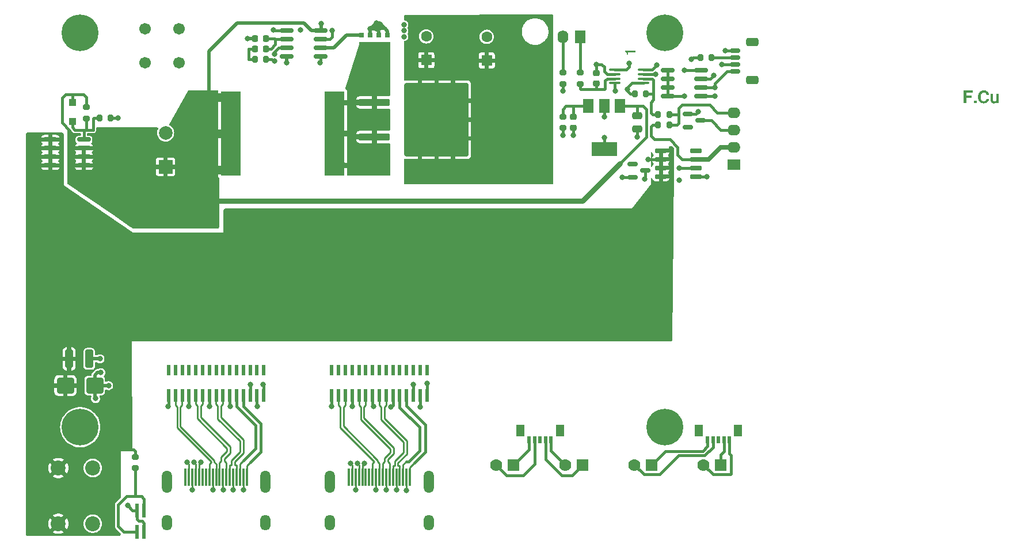
<source format=gbr>
%TF.GenerationSoftware,KiCad,Pcbnew,7.0.9-7.0.9~ubuntu20.04.1*%
%TF.CreationDate,2023-12-22T10:27:08-08:00*%
%TF.ProjectId,NX-J401-Adapter,4e582d4a-3430-4312-9d41-646170746572,1*%
%TF.SameCoordinates,Original*%
%TF.FileFunction,Copper,L1,Top*%
%TF.FilePolarity,Positive*%
%FSLAX46Y46*%
G04 Gerber Fmt 4.6, Leading zero omitted, Abs format (unit mm)*
G04 Created by KiCad (PCBNEW 7.0.9-7.0.9~ubuntu20.04.1) date 2023-12-22 10:27:08*
%MOMM*%
%LPD*%
G01*
G04 APERTURE LIST*
G04 Aperture macros list*
%AMRoundRect*
0 Rectangle with rounded corners*
0 $1 Rounding radius*
0 $2 $3 $4 $5 $6 $7 $8 $9 X,Y pos of 4 corners*
0 Add a 4 corners polygon primitive as box body*
4,1,4,$2,$3,$4,$5,$6,$7,$8,$9,$2,$3,0*
0 Add four circle primitives for the rounded corners*
1,1,$1+$1,$2,$3*
1,1,$1+$1,$4,$5*
1,1,$1+$1,$6,$7*
1,1,$1+$1,$8,$9*
0 Add four rect primitives between the rounded corners*
20,1,$1+$1,$2,$3,$4,$5,0*
20,1,$1+$1,$4,$5,$6,$7,0*
20,1,$1+$1,$6,$7,$8,$9,0*
20,1,$1+$1,$8,$9,$2,$3,0*%
%AMFreePoly0*
4,1,18,2.145000,-2.250000,-2.145000,-2.250000,-2.805000,-2.250000,-2.805000,-1.590000,-2.145000,-1.590000,-2.145000,-0.970000,-2.805000,-0.970000,-2.805000,-0.310000,-2.145000,-0.310000,-2.145000,0.310000,-2.805000,0.310000,-2.805000,0.970000,-2.145000,0.970000,-2.145000,1.590000,-2.805000,1.590000,-2.805000,2.250000,2.145000,2.250000,2.145000,-2.250000,2.145000,-2.250000,$1*%
G04 Aperture macros list end*
%ADD10C,0.300000*%
%TA.AperFunction,NonConductor*%
%ADD11C,0.300000*%
%TD*%
%TA.AperFunction,SMDPad,CuDef*%
%ADD12RoundRect,0.250000X0.325000X1.100000X-0.325000X1.100000X-0.325000X-1.100000X0.325000X-1.100000X0*%
%TD*%
%TA.AperFunction,ComponentPad*%
%ADD13C,5.400000*%
%TD*%
%TA.AperFunction,ComponentPad*%
%ADD14R,1.778000X1.778000*%
%TD*%
%TA.AperFunction,ComponentPad*%
%ADD15C,1.778000*%
%TD*%
%TA.AperFunction,ComponentPad*%
%ADD16R,2.000000X2.000000*%
%TD*%
%TA.AperFunction,ComponentPad*%
%ADD17C,2.000000*%
%TD*%
%TA.AperFunction,ComponentPad*%
%ADD18C,2.200000*%
%TD*%
%TA.AperFunction,SMDPad,CuDef*%
%ADD19R,0.550000X2.000000*%
%TD*%
%TA.AperFunction,SMDPad,CuDef*%
%ADD20RoundRect,0.200000X-0.200000X-0.275000X0.200000X-0.275000X0.200000X0.275000X-0.200000X0.275000X0*%
%TD*%
%TA.AperFunction,SMDPad,CuDef*%
%ADD21RoundRect,0.200000X0.200000X0.275000X-0.200000X0.275000X-0.200000X-0.275000X0.200000X-0.275000X0*%
%TD*%
%TA.AperFunction,SMDPad,CuDef*%
%ADD22RoundRect,0.250000X1.000000X0.900000X-1.000000X0.900000X-1.000000X-0.900000X1.000000X-0.900000X0*%
%TD*%
%TA.AperFunction,SMDPad,CuDef*%
%ADD23RoundRect,0.150000X0.825000X0.150000X-0.825000X0.150000X-0.825000X-0.150000X0.825000X-0.150000X0*%
%TD*%
%TA.AperFunction,SMDPad,CuDef*%
%ADD24RoundRect,0.150000X-0.625000X0.150000X-0.625000X-0.150000X0.625000X-0.150000X0.625000X0.150000X0*%
%TD*%
%TA.AperFunction,SMDPad,CuDef*%
%ADD25RoundRect,0.250000X-0.650000X0.350000X-0.650000X-0.350000X0.650000X-0.350000X0.650000X0.350000X0*%
%TD*%
%TA.AperFunction,SMDPad,CuDef*%
%ADD26RoundRect,0.200000X0.275000X-0.200000X0.275000X0.200000X-0.275000X0.200000X-0.275000X-0.200000X0*%
%TD*%
%TA.AperFunction,ComponentPad*%
%ADD27R,1.600000X1.600000*%
%TD*%
%TA.AperFunction,ComponentPad*%
%ADD28C,1.600000*%
%TD*%
%TA.AperFunction,SMDPad,CuDef*%
%ADD29RoundRect,0.225000X0.225000X0.250000X-0.225000X0.250000X-0.225000X-0.250000X0.225000X-0.250000X0*%
%TD*%
%TA.AperFunction,SMDPad,CuDef*%
%ADD30RoundRect,0.250000X-0.475000X0.250000X-0.475000X-0.250000X0.475000X-0.250000X0.475000X0.250000X0*%
%TD*%
%TA.AperFunction,ComponentPad*%
%ADD31R,1.600200X1.905000*%
%TD*%
%TA.AperFunction,ComponentPad*%
%ADD32O,1.600200X1.905000*%
%TD*%
%TA.AperFunction,SMDPad,CuDef*%
%ADD33RoundRect,0.100000X-0.712500X-0.100000X0.712500X-0.100000X0.712500X0.100000X-0.712500X0.100000X0*%
%TD*%
%TA.AperFunction,SMDPad,CuDef*%
%ADD34R,0.508000X1.092200*%
%TD*%
%TA.AperFunction,SMDPad,CuDef*%
%ADD35R,1.193800X1.701800*%
%TD*%
%TA.AperFunction,SMDPad,CuDef*%
%ADD36RoundRect,0.150000X-0.587500X-0.150000X0.587500X-0.150000X0.587500X0.150000X-0.587500X0.150000X0*%
%TD*%
%TA.AperFunction,SMDPad,CuDef*%
%ADD37RoundRect,0.250000X-0.300000X0.300000X-0.300000X-0.300000X0.300000X-0.300000X0.300000X0.300000X0*%
%TD*%
%TA.AperFunction,SMDPad,CuDef*%
%ADD38R,1.500000X2.000000*%
%TD*%
%TA.AperFunction,SMDPad,CuDef*%
%ADD39R,3.800000X2.000000*%
%TD*%
%TA.AperFunction,SMDPad,CuDef*%
%ADD40RoundRect,0.225000X-0.250000X0.225000X-0.250000X-0.225000X0.250000X-0.225000X0.250000X0.225000X0*%
%TD*%
%TA.AperFunction,SMDPad,CuDef*%
%ADD41RoundRect,0.150000X0.725000X0.150000X-0.725000X0.150000X-0.725000X-0.150000X0.725000X-0.150000X0*%
%TD*%
%TA.AperFunction,SMDPad,CuDef*%
%ADD42R,0.660000X0.750000*%
%TD*%
%TA.AperFunction,SMDPad,CuDef*%
%ADD43FreePoly0,90.000000*%
%TD*%
%TA.AperFunction,SMDPad,CuDef*%
%ADD44R,2.895600X12.446000*%
%TD*%
%TA.AperFunction,SMDPad,CuDef*%
%ADD45R,0.300000X2.600000*%
%TD*%
%TA.AperFunction,ComponentPad*%
%ADD46O,1.500000X3.300000*%
%TD*%
%TA.AperFunction,ComponentPad*%
%ADD47O,1.500000X2.300000*%
%TD*%
%TA.AperFunction,SMDPad,CuDef*%
%ADD48RoundRect,0.250000X-2.050000X-0.300000X2.050000X-0.300000X2.050000X0.300000X-2.050000X0.300000X0*%
%TD*%
%TA.AperFunction,SMDPad,CuDef*%
%ADD49RoundRect,0.250000X-2.025000X-2.375000X2.025000X-2.375000X2.025000X2.375000X-2.025000X2.375000X0*%
%TD*%
%TA.AperFunction,SMDPad,CuDef*%
%ADD50RoundRect,0.250002X-4.449998X-5.149998X4.449998X-5.149998X4.449998X5.149998X-4.449998X5.149998X0*%
%TD*%
%TA.AperFunction,SMDPad,CuDef*%
%ADD51R,0.600000X1.850000*%
%TD*%
%TA.AperFunction,SMDPad,CuDef*%
%ADD52R,0.600000X1.650000*%
%TD*%
%TA.AperFunction,SMDPad,CuDef*%
%ADD53RoundRect,0.150000X-0.825000X-0.150000X0.825000X-0.150000X0.825000X0.150000X-0.825000X0.150000X0*%
%TD*%
%TA.AperFunction,ComponentPad*%
%ADD54C,1.701800*%
%TD*%
%TA.AperFunction,ComponentPad*%
%ADD55R,1.905000X1.600200*%
%TD*%
%TA.AperFunction,ComponentPad*%
%ADD56O,1.905000X1.600200*%
%TD*%
%TA.AperFunction,ViaPad*%
%ADD57C,0.812800*%
%TD*%
%TA.AperFunction,Conductor*%
%ADD58C,0.381000*%
%TD*%
%TA.AperFunction,Conductor*%
%ADD59C,0.508000*%
%TD*%
%TA.AperFunction,Conductor*%
%ADD60C,0.254000*%
%TD*%
%TA.AperFunction,Conductor*%
%ADD61C,1.270000*%
%TD*%
%TA.AperFunction,Conductor*%
%ADD62C,0.762000*%
%TD*%
%TA.AperFunction,Conductor*%
%ADD63C,0.283210*%
%TD*%
%TA.AperFunction,Conductor*%
%ADD64C,0.635000*%
%TD*%
G04 APERTURE END LIST*
D10*
D11*
G36*
X309608951Y-86873714D02*
G01*
X309608951Y-87232385D01*
X309412946Y-87232385D01*
X309412685Y-87208424D01*
X309411899Y-87185087D01*
X309410589Y-87162371D01*
X309408756Y-87140278D01*
X309406399Y-87118808D01*
X309403518Y-87097961D01*
X309400114Y-87077735D01*
X309396185Y-87058133D01*
X309391733Y-87039153D01*
X309386757Y-87020795D01*
X309381257Y-87003060D01*
X309375234Y-86985947D01*
X309368687Y-86969458D01*
X309361615Y-86953590D01*
X309354020Y-86938345D01*
X309345902Y-86923723D01*
X309337259Y-86909723D01*
X309328093Y-86896346D01*
X309318403Y-86883591D01*
X309308189Y-86871459D01*
X309297452Y-86859949D01*
X309286190Y-86849062D01*
X309274405Y-86838797D01*
X309262096Y-86829155D01*
X309249263Y-86820135D01*
X309235907Y-86811738D01*
X309222026Y-86803964D01*
X309207622Y-86796812D01*
X309192694Y-86790282D01*
X309177243Y-86784376D01*
X309161267Y-86779091D01*
X309144768Y-86774429D01*
X309144768Y-86578424D01*
X310641000Y-86578424D01*
X310641000Y-86873714D01*
X309608951Y-86873714D01*
G37*
D10*
D11*
G36*
X359350399Y-93527157D02*
G01*
X359350399Y-94312741D01*
X358975195Y-94312741D01*
X358975195Y-92489267D01*
X360255839Y-92489267D01*
X360255839Y-92801937D01*
X359350399Y-92801937D01*
X359350399Y-93214487D01*
X360148142Y-93214487D01*
X360148142Y-93527157D01*
X359350399Y-93527157D01*
G37*
G36*
X360847306Y-93947525D02*
G01*
X360847306Y-94312741D01*
X360472102Y-94312741D01*
X360472102Y-93947525D01*
X360847306Y-93947525D01*
G37*
G36*
X362307301Y-93107224D02*
G01*
X362302660Y-93087053D01*
X362297532Y-93067521D01*
X362291916Y-93048630D01*
X362285812Y-93030380D01*
X362279220Y-93012770D01*
X362272141Y-92995800D01*
X362264574Y-92979471D01*
X362256519Y-92963781D01*
X362238947Y-92934324D01*
X362219424Y-92907429D01*
X362197950Y-92883095D01*
X362174525Y-92861322D01*
X362149149Y-92842111D01*
X362121823Y-92825462D01*
X362092546Y-92811374D01*
X362061318Y-92799847D01*
X362028139Y-92790882D01*
X362010818Y-92787360D01*
X361993009Y-92784478D01*
X361974713Y-92782237D01*
X361955929Y-92780636D01*
X361936657Y-92779675D01*
X361916898Y-92779355D01*
X361889432Y-92780020D01*
X361862730Y-92782015D01*
X361836792Y-92785340D01*
X361811616Y-92789995D01*
X361787204Y-92795979D01*
X361763555Y-92803294D01*
X361740670Y-92811938D01*
X361718548Y-92821913D01*
X361697189Y-92833217D01*
X361676594Y-92845852D01*
X361656762Y-92859816D01*
X361637693Y-92875110D01*
X361619388Y-92891734D01*
X361601846Y-92909689D01*
X361585068Y-92928973D01*
X361569053Y-92949586D01*
X361553908Y-92971330D01*
X361539740Y-92994112D01*
X361526549Y-93017932D01*
X361514335Y-93042790D01*
X361503099Y-93068687D01*
X361492839Y-93095621D01*
X361483557Y-93123594D01*
X361475252Y-93152605D01*
X361467923Y-93182654D01*
X361461572Y-93213741D01*
X361456198Y-93245866D01*
X361451801Y-93279030D01*
X361448382Y-93313232D01*
X361447038Y-93330722D01*
X361445939Y-93348471D01*
X361445084Y-93366481D01*
X361444473Y-93384749D01*
X361444107Y-93403278D01*
X361443985Y-93422065D01*
X361444103Y-93440557D01*
X361444458Y-93458795D01*
X361445050Y-93476778D01*
X361445878Y-93494506D01*
X361446943Y-93511980D01*
X361449782Y-93546165D01*
X361453569Y-93579332D01*
X361458301Y-93611481D01*
X361463981Y-93642612D01*
X361470607Y-93672726D01*
X361478179Y-93701821D01*
X361486698Y-93729899D01*
X361496164Y-93756959D01*
X361506576Y-93783001D01*
X361517935Y-93808026D01*
X361530240Y-93832033D01*
X361543492Y-93855021D01*
X361557690Y-93876992D01*
X361565144Y-93887596D01*
X361580718Y-93907895D01*
X361597042Y-93926884D01*
X361614116Y-93944563D01*
X361631939Y-93960933D01*
X361650513Y-93975993D01*
X361669836Y-93989743D01*
X361689909Y-94002184D01*
X361710731Y-94013316D01*
X361732304Y-94023137D01*
X361754626Y-94031650D01*
X361777698Y-94038852D01*
X361801520Y-94044745D01*
X361826091Y-94049329D01*
X361851412Y-94052603D01*
X361877483Y-94054567D01*
X361904304Y-94055222D01*
X361925907Y-94054851D01*
X361946964Y-94053736D01*
X361967474Y-94051879D01*
X361987439Y-94049278D01*
X362006857Y-94045935D01*
X362025729Y-94041848D01*
X362044054Y-94037019D01*
X362061834Y-94031446D01*
X362079067Y-94025131D01*
X362095754Y-94018072D01*
X362111894Y-94010271D01*
X362127489Y-94001726D01*
X362142537Y-93992439D01*
X362157039Y-93982408D01*
X362170995Y-93971635D01*
X362184404Y-93960118D01*
X362197200Y-93947918D01*
X362209314Y-93935094D01*
X362220745Y-93921645D01*
X362231495Y-93907572D01*
X362241563Y-93892875D01*
X362250949Y-93877554D01*
X362259653Y-93861608D01*
X362267675Y-93845038D01*
X362275015Y-93827844D01*
X362281673Y-93810026D01*
X362287649Y-93791583D01*
X362292943Y-93772516D01*
X362297556Y-93752825D01*
X362301486Y-93732510D01*
X362304735Y-93711570D01*
X362307301Y-93690006D01*
X362672517Y-93690006D01*
X362671216Y-93709422D01*
X362669540Y-93728586D01*
X362667488Y-93747498D01*
X362665060Y-93766158D01*
X362662256Y-93784567D01*
X362659077Y-93802723D01*
X362655522Y-93820628D01*
X362651591Y-93838280D01*
X362647284Y-93855681D01*
X362642602Y-93872830D01*
X362637544Y-93889726D01*
X362632110Y-93906371D01*
X362626301Y-93922764D01*
X362613554Y-93954795D01*
X362599305Y-93985817D01*
X362583553Y-94015833D01*
X362566297Y-94044840D01*
X362547539Y-94072840D01*
X362527278Y-94099832D01*
X362505514Y-94125817D01*
X362482247Y-94150794D01*
X362457477Y-94174763D01*
X362444528Y-94186370D01*
X362431291Y-94197671D01*
X362417799Y-94208614D01*
X362390049Y-94229423D01*
X362361277Y-94248797D01*
X362346508Y-94257946D01*
X362331484Y-94266736D01*
X362316205Y-94275167D01*
X362300670Y-94283239D01*
X362284880Y-94290953D01*
X362268835Y-94298308D01*
X362252534Y-94305304D01*
X362235978Y-94311942D01*
X362219167Y-94318220D01*
X362202101Y-94324140D01*
X362184779Y-94329701D01*
X362167202Y-94334903D01*
X362149369Y-94339747D01*
X362131282Y-94344231D01*
X362112939Y-94348357D01*
X362094341Y-94352124D01*
X362075487Y-94355533D01*
X362056378Y-94358582D01*
X362037014Y-94361273D01*
X362017394Y-94363605D01*
X361997520Y-94365579D01*
X361977390Y-94367193D01*
X361957004Y-94368449D01*
X361936363Y-94369346D01*
X361915468Y-94369884D01*
X361894316Y-94370063D01*
X361870721Y-94369813D01*
X361847433Y-94369062D01*
X361824452Y-94367811D01*
X361801777Y-94366060D01*
X361779410Y-94363808D01*
X361757350Y-94361056D01*
X361735597Y-94357803D01*
X361714151Y-94354050D01*
X361693012Y-94349796D01*
X361672180Y-94345042D01*
X361651655Y-94339788D01*
X361631437Y-94334033D01*
X361611527Y-94327778D01*
X361591923Y-94321022D01*
X361572626Y-94313766D01*
X361553636Y-94306009D01*
X361534954Y-94297752D01*
X361516578Y-94288995D01*
X361498509Y-94279737D01*
X361480748Y-94269979D01*
X361463293Y-94259720D01*
X361446146Y-94248961D01*
X361429305Y-94237702D01*
X361412772Y-94225942D01*
X361396546Y-94213682D01*
X361380626Y-94200921D01*
X361365014Y-94187660D01*
X361349709Y-94173898D01*
X361334711Y-94159636D01*
X361320019Y-94144874D01*
X361305635Y-94129611D01*
X361291558Y-94113848D01*
X361277852Y-94097654D01*
X361264581Y-94081101D01*
X361251745Y-94064189D01*
X361239345Y-94046917D01*
X361227379Y-94029285D01*
X361215849Y-94011294D01*
X361204753Y-93992943D01*
X361194093Y-93974232D01*
X361183868Y-93955162D01*
X361174078Y-93935732D01*
X361164723Y-93915942D01*
X361155803Y-93895793D01*
X361147319Y-93875284D01*
X361139269Y-93854416D01*
X361131654Y-93833188D01*
X361124475Y-93811600D01*
X361117731Y-93789653D01*
X361111422Y-93767346D01*
X361105548Y-93744679D01*
X361100109Y-93721653D01*
X361095105Y-93698267D01*
X361090536Y-93674522D01*
X361086403Y-93650417D01*
X361082704Y-93625952D01*
X361079441Y-93601128D01*
X361076613Y-93575944D01*
X361074220Y-93550401D01*
X361072262Y-93524497D01*
X361070739Y-93498235D01*
X361069651Y-93471612D01*
X361068998Y-93444630D01*
X361068781Y-93417289D01*
X361069000Y-93389785D01*
X361069660Y-93362644D01*
X361070758Y-93335865D01*
X361072296Y-93309449D01*
X361074273Y-93283394D01*
X361076689Y-93257702D01*
X361079545Y-93232372D01*
X361082840Y-93207403D01*
X361086575Y-93182798D01*
X361090748Y-93158554D01*
X361095362Y-93134672D01*
X361100414Y-93111153D01*
X361105906Y-93087996D01*
X361111837Y-93065201D01*
X361118208Y-93042768D01*
X361125018Y-93020697D01*
X361132267Y-92998989D01*
X361139956Y-92977642D01*
X361148084Y-92956658D01*
X361156651Y-92936036D01*
X361165658Y-92915776D01*
X361175104Y-92895879D01*
X361184990Y-92876343D01*
X361195314Y-92857170D01*
X361206079Y-92838359D01*
X361217282Y-92819910D01*
X361228925Y-92801823D01*
X361241007Y-92784098D01*
X361253529Y-92766736D01*
X361266490Y-92749735D01*
X361279890Y-92733097D01*
X361293729Y-92716821D01*
X361307972Y-92700978D01*
X361322527Y-92685637D01*
X361337393Y-92670800D01*
X361352572Y-92656465D01*
X361368063Y-92642634D01*
X361383866Y-92629305D01*
X361399982Y-92616479D01*
X361416409Y-92604157D01*
X361433148Y-92592337D01*
X361450200Y-92581020D01*
X361467564Y-92570207D01*
X361485240Y-92559896D01*
X361503228Y-92550088D01*
X361521528Y-92540783D01*
X361540140Y-92531981D01*
X361559065Y-92523682D01*
X361578301Y-92515886D01*
X361597850Y-92508593D01*
X361617711Y-92501803D01*
X361637883Y-92495516D01*
X361658369Y-92489732D01*
X361679166Y-92484451D01*
X361700275Y-92479673D01*
X361721696Y-92475398D01*
X361743430Y-92471625D01*
X361765476Y-92468356D01*
X361787833Y-92465590D01*
X361810503Y-92463326D01*
X361833485Y-92461566D01*
X361856780Y-92460309D01*
X361880386Y-92459554D01*
X361904304Y-92459303D01*
X361924357Y-92459471D01*
X361944182Y-92459978D01*
X361963780Y-92460822D01*
X361983150Y-92462003D01*
X362002294Y-92463522D01*
X362021209Y-92465379D01*
X362039898Y-92467573D01*
X362058359Y-92470105D01*
X362076593Y-92472974D01*
X362094600Y-92476181D01*
X362112379Y-92479726D01*
X362129931Y-92483608D01*
X362147256Y-92487828D01*
X362164354Y-92492385D01*
X362181224Y-92497280D01*
X362197867Y-92502512D01*
X362230470Y-92513989D01*
X362262165Y-92526817D01*
X362292950Y-92540995D01*
X362322826Y-92556523D01*
X362351793Y-92573402D01*
X362379850Y-92591631D01*
X362406999Y-92611210D01*
X362433238Y-92632140D01*
X362458366Y-92654199D01*
X362482072Y-92677276D01*
X362504357Y-92701371D01*
X362525220Y-92726483D01*
X362544662Y-92752614D01*
X362562682Y-92779762D01*
X362579281Y-92807928D01*
X362594458Y-92837112D01*
X362608214Y-92867314D01*
X362620548Y-92898533D01*
X362631460Y-92930771D01*
X362640951Y-92964026D01*
X362645164Y-92981035D01*
X362649021Y-92998299D01*
X362652523Y-93015817D01*
X362655669Y-93033589D01*
X362658460Y-93051616D01*
X362660895Y-93069898D01*
X362662975Y-93088434D01*
X362664700Y-93107224D01*
X362307301Y-93107224D01*
G37*
G36*
X364133815Y-94312741D02*
G01*
X363783798Y-94312741D01*
X363783798Y-94152497D01*
X363765218Y-94178843D01*
X363745739Y-94203489D01*
X363725361Y-94226436D01*
X363704083Y-94247682D01*
X363681907Y-94267229D01*
X363658832Y-94285077D01*
X363634857Y-94301224D01*
X363609984Y-94315672D01*
X363584211Y-94328420D01*
X363557540Y-94339468D01*
X363529969Y-94348817D01*
X363501499Y-94356465D01*
X363472131Y-94362415D01*
X363441863Y-94366664D01*
X363410696Y-94369213D01*
X363378630Y-94370063D01*
X363352135Y-94369585D01*
X363326389Y-94368150D01*
X363301394Y-94365758D01*
X363277148Y-94362409D01*
X363253652Y-94358104D01*
X363230906Y-94352842D01*
X363208909Y-94346623D01*
X363187662Y-94339448D01*
X363167165Y-94331315D01*
X363147418Y-94322226D01*
X363128421Y-94312181D01*
X363110173Y-94301178D01*
X363092676Y-94289219D01*
X363075928Y-94276303D01*
X363059929Y-94262430D01*
X363044681Y-94247601D01*
X363030272Y-94231901D01*
X363016793Y-94215418D01*
X363004244Y-94198151D01*
X362992624Y-94180100D01*
X362981933Y-94161266D01*
X362972173Y-94141647D01*
X362963341Y-94121245D01*
X362955440Y-94100060D01*
X362948468Y-94078090D01*
X362942425Y-94055337D01*
X362937313Y-94031801D01*
X362933129Y-94007480D01*
X362929876Y-93982376D01*
X362927552Y-93956488D01*
X362926158Y-93929817D01*
X362925693Y-93902361D01*
X362925693Y-92962180D01*
X363276144Y-92962180D01*
X363276144Y-93829839D01*
X363277022Y-93859235D01*
X363279658Y-93886735D01*
X363284052Y-93912337D01*
X363290203Y-93936044D01*
X363298111Y-93957854D01*
X363307777Y-93977767D01*
X363319200Y-93995784D01*
X363332381Y-94011904D01*
X363347319Y-94026128D01*
X363364014Y-94038455D01*
X363382467Y-94048886D01*
X363402677Y-94057421D01*
X363424645Y-94064058D01*
X363448370Y-94068800D01*
X363473852Y-94071644D01*
X363501092Y-94072593D01*
X363524588Y-94071955D01*
X363547199Y-94070043D01*
X363568924Y-94066856D01*
X363589763Y-94062394D01*
X363609718Y-94056658D01*
X363628786Y-94049646D01*
X363646969Y-94041360D01*
X363664267Y-94031799D01*
X363680679Y-94020963D01*
X363696206Y-94008853D01*
X363706065Y-94000071D01*
X363719957Y-93986053D01*
X363732482Y-93971195D01*
X363743641Y-93955498D01*
X363753433Y-93938962D01*
X363761860Y-93921585D01*
X363768919Y-93903369D01*
X363774613Y-93884313D01*
X363778940Y-93864417D01*
X363781900Y-93843682D01*
X363783494Y-93822107D01*
X363783798Y-93807257D01*
X363783798Y-92962180D01*
X364133815Y-92962180D01*
X364133815Y-94312741D01*
G37*
D12*
%TO.P,C9,1*%
%TO.N,GND*%
X230329000Y-131953000D03*
%TO.P,C9,2*%
%TO.N,/Power Supply/V_{BAT}*%
X227379000Y-131953000D03*
%TD*%
D13*
%TO.P,H1,1*%
%TO.N,N/C*%
X229000000Y-84000000D03*
%TD*%
D14*
%TO.P,J10,1,Pin_1*%
%TO.N,/CAN_FD_DC2_L*%
X302895000Y-147574000D03*
D15*
%TO.P,J10,2,Pin_2*%
%TO.N,/CAN_FD_DC2_H*%
X300355000Y-147574000D03*
%TD*%
D16*
%TO.P,C8,1*%
%TO.N,/Power Supply/V_IN*%
X241554000Y-103713677D03*
D17*
%TO.P,C8,2*%
%TO.N,GND*%
X241554000Y-98713677D03*
%TD*%
D18*
%TO.P,J13,1,Pin_1*%
%TO.N,/Power Supply/V_{BAT}*%
X225774000Y-148004000D03*
X225774000Y-156204000D03*
%TO.P,J13,2,Pin_2*%
%TO.N,GND*%
X230854000Y-148004000D03*
X230854000Y-156204000D03*
%TD*%
D19*
%TO.P,D6,1,RedA*%
%TO.N,GND*%
X238396000Y-157429000D03*
%TO.P,D6,2,Red-K*%
%TO.N,Net-(D6A-Red-K)*%
X238396000Y-154229000D03*
%TO.P,D6,3,Green-A*%
X237346000Y-157429000D03*
%TO.P,D6,4,Green-K*%
%TO.N,GND*%
X237346000Y-154229000D03*
%TD*%
D20*
%TO.P,R5,1*%
%TO.N,GND*%
X310579000Y-92964000D03*
%TO.P,R5,2*%
%TO.N,Net-(U2-~{ALERT}{slash}TACH)*%
X312229000Y-92964000D03*
%TD*%
D21*
%TO.P,R2,1*%
%TO.N,Net-(J3-Pin_2)*%
X321881000Y-87630000D03*
%TO.P,R2,2*%
%TO.N,+3V3*%
X320231000Y-87630000D03*
%TD*%
D22*
%TO.P,D5,1,A1*%
%TO.N,GND*%
X231131000Y-135890000D03*
%TO.P,D5,2,A2*%
%TO.N,/Power Supply/V_{BAT}*%
X226831000Y-135890000D03*
%TD*%
D23*
%TO.P,Q2,1,S*%
%TO.N,/Power Supply/V_IN*%
X229551000Y-103505000D03*
%TO.P,Q2,2,S*%
X229551000Y-102235000D03*
%TO.P,Q2,3,S*%
X229551000Y-100965000D03*
%TO.P,Q2,4,G*%
%TO.N,Net-(D1-A)*%
X229551000Y-99695000D03*
%TO.P,Q2,5,D*%
%TO.N,/Power Supply/V_{BAT}*%
X224601000Y-99695000D03*
%TO.P,Q2,6,D*%
X224601000Y-100965000D03*
%TO.P,Q2,7,D*%
X224601000Y-102235000D03*
%TO.P,Q2,8,D*%
X224601000Y-103505000D03*
%TD*%
D24*
%TO.P,J3,1,Pin_1*%
%TO.N,GND*%
X325319000Y-86638000D03*
%TO.P,J3,2,Pin_2*%
%TO.N,Net-(J3-Pin_2)*%
X325319000Y-87638000D03*
%TO.P,J3,3,Pin_3*%
%TO.N,/Fan Control/I2C_SDA*%
X325319000Y-88638000D03*
%TO.P,J3,4,Pin_4*%
%TO.N,/Fan Control/I2C_SCL*%
X325319000Y-89638000D03*
D25*
%TO.P,J3,MP*%
%TO.N,N/C*%
X327844000Y-85338000D03*
X327844000Y-90938000D03*
%TD*%
D26*
%TO.P,R9,1*%
%TO.N,+3V3*%
X299974000Y-97980000D03*
%TO.P,R9,2*%
%TO.N,Net-(U4-OUT)*%
X299974000Y-96330000D03*
%TD*%
D27*
%TO.P,C3,1*%
%TO.N,/Power Supply/+18V*%
X279908000Y-88012651D03*
D28*
%TO.P,C3,2*%
%TO.N,GND*%
X279908000Y-84512651D03*
%TD*%
D29*
%TO.P,C1,1*%
%TO.N,Net-(U1-COMP)*%
X256299000Y-84836000D03*
%TO.P,C1,2*%
%TO.N,GND*%
X254749000Y-84836000D03*
%TD*%
D30*
%TO.P,C7,1*%
%TO.N,/Power Supply/V_IN*%
X310896000Y-96205000D03*
%TO.P,C7,2*%
%TO.N,GND*%
X310896000Y-98105000D03*
%TD*%
D21*
%TO.P,R7,1*%
%TO.N,/FAN_TACH*%
X315658000Y-96012000D03*
%TO.P,R7,2*%
%TO.N,Net-(U2-~{ALERT}{slash}TACH)*%
X314008000Y-96012000D03*
%TD*%
D31*
%TO.P,J1,1,Pin_1*%
%TO.N,/Fan Control/TMP_DN*%
X302514000Y-84582000D03*
D32*
%TO.P,J1,2,Pin_2*%
%TO.N,/Fan Control/TMP_DP*%
X299974000Y-84582000D03*
%TD*%
D14*
%TO.P,J9,1,Pin_1*%
%TO.N,/CAN_FD2_L*%
X292735000Y-147574000D03*
D15*
%TO.P,J9,2,Pin_2*%
%TO.N,/CAN_FD2_H*%
X290195000Y-147574000D03*
%TD*%
D21*
%TO.P,R1,1*%
%TO.N,GND*%
X256349000Y-87884000D03*
%TO.P,R1,2*%
%TO.N,Net-(C2-Pad2)*%
X254699000Y-87884000D03*
%TD*%
D33*
%TO.P,U2,1,VDD*%
%TO.N,+3V3*%
X307640500Y-89449000D03*
%TO.P,U2,2,DP*%
%TO.N,Net-(U2-DP)*%
X307640500Y-90099000D03*
%TO.P,U2,3,DN*%
%TO.N,Net-(U2-DN)*%
X307640500Y-90749000D03*
%TO.P,U2,4,FAN*%
%TO.N,/FAN_PWM*%
X307640500Y-91399000D03*
%TO.P,U2,5,GND*%
%TO.N,GND*%
X311865500Y-91399000D03*
%TO.P,U2,6,~{ALERT}/TACH*%
%TO.N,Net-(U2-~{ALERT}{slash}TACH)*%
X311865500Y-90749000D03*
%TO.P,U2,7,SMDATA*%
%TO.N,/Fan Control/I2C_SDA*%
X311865500Y-90099000D03*
%TO.P,U2,8,SMCLK*%
%TO.N,/Fan Control/I2C_SCL*%
X311865500Y-89449000D03*
%TD*%
D29*
%TO.P,C2,1*%
%TO.N,Net-(U1-COMP)*%
X256299000Y-86360000D03*
%TO.P,C2,2*%
%TO.N,Net-(C2-Pad2)*%
X254749000Y-86360000D03*
%TD*%
D34*
%TO.P,J8,1,Pin_1*%
%TO.N,/CAN_FD_DC1_H*%
X324484799Y-143889300D03*
%TO.P,J8,2,Pin_2*%
%TO.N,/CAN_FD_DC1_L*%
X323684801Y-143889300D03*
%TO.P,J8,3,Pin_3*%
%TO.N,unconnected-(J8-Pin_3-Pad3)*%
X322884800Y-143889300D03*
%TO.P,J8,4,Pin_4*%
%TO.N,/CAN_FD1_H*%
X322084799Y-143889300D03*
%TO.P,J8,5,Pin_5*%
%TO.N,/CAN_FD1_L*%
X321284801Y-143889300D03*
D35*
%TO.P,J8,6*%
%TO.N,N/C*%
X325784799Y-142489300D03*
%TO.P,J8,7*%
X319984801Y-142489300D03*
%TD*%
D36*
%TO.P,D3,1,A*%
%TO.N,GND*%
X318340500Y-95951000D03*
%TO.P,D3,2*%
%TO.N,N/C*%
X318340500Y-97851000D03*
%TO.P,D3,3,K*%
%TO.N,/FAN_PWM*%
X320215500Y-96901000D03*
%TD*%
D37*
%TO.P,D1,1,K*%
%TO.N,/Power Supply/V_IN*%
X227838000Y-94231000D03*
%TO.P,D1,2,A*%
%TO.N,Net-(D1-A)*%
X227838000Y-97031000D03*
%TD*%
D38*
%TO.P,U4,1,IN*%
%TO.N,/Power Supply/V_IN*%
X308370000Y-94767000D03*
%TO.P,U4,2,GND*%
%TO.N,GND*%
X306070000Y-94767000D03*
D39*
X306070000Y-101067000D03*
D38*
%TO.P,U4,3,OUT*%
%TO.N,Net-(U4-OUT)*%
X303770000Y-94767000D03*
%TD*%
D40*
%TO.P,C6,1*%
%TO.N,Net-(U4-OUT)*%
X301498000Y-96380000D03*
%TO.P,C6,2*%
%TO.N,GND*%
X301498000Y-97930000D03*
%TD*%
D41*
%TO.P,U5,1,GND*%
%TO.N,Net-(U5-GND)*%
X319567000Y-105156000D03*
%TO.P,U5,2,IN*%
%TO.N,Net-(U5-IN)*%
X319567000Y-103886000D03*
%TO.P,U5,3,OUT*%
%TO.N,/FAN_PWR*%
X319567000Y-102616000D03*
%TO.P,U5,4,NC*%
%TO.N,unconnected-(U5-NC-Pad4)*%
X319567000Y-101346000D03*
%TO.P,U5,5,Vbb*%
%TO.N,/Power Supply/V_{BAT}*%
X314417000Y-101346000D03*
%TO.P,U5,6,Vbb*%
X314417000Y-102616000D03*
%TO.P,U5,7,Vbb*%
X314417000Y-103886000D03*
%TO.P,U5,8,Vbb*%
X314417000Y-105156000D03*
%TD*%
D42*
%TO.P,Q1,1,S*%
%TO.N,Net-(Q1-S-Pad1)*%
X274208000Y-84372000D03*
%TO.P,Q1,2,S*%
X272928000Y-84372000D03*
%TO.P,Q1,3,S*%
X271648000Y-84372000D03*
%TO.P,Q1,4,G*%
%TO.N,Net-(Q1-G)*%
X270368000Y-84372000D03*
D43*
%TO.P,Q1,5,D*%
%TO.N,/Power Supply/SW*%
X272288000Y-87442000D03*
%TD*%
D27*
%TO.P,C4,1*%
%TO.N,/Power Supply/+18V*%
X288798000Y-88082000D03*
D28*
%TO.P,C4,2*%
%TO.N,GND*%
X288798000Y-84582000D03*
%TD*%
D44*
%TO.P,L1,1,1*%
%TO.N,/Power Supply/V_IN*%
X251142500Y-98806000D03*
%TO.P,L1,2,2*%
%TO.N,/Power Supply/SW*%
X266433300Y-98806000D03*
%TD*%
D26*
%TO.P,R6,1*%
%TO.N,Net-(D1-A)*%
X229870000Y-96583000D03*
%TO.P,R6,2*%
%TO.N,/Power Supply/V_IN*%
X229870000Y-94933000D03*
%TD*%
D14*
%TO.P,J11,1,Pin_1*%
%TO.N,/CAN_FD1_L*%
X313055000Y-147574000D03*
D15*
%TO.P,J11,2,Pin_2*%
%TO.N,/CAN_FD1_H*%
X310515000Y-147574000D03*
%TD*%
D13*
%TO.P,H3,1*%
%TO.N,N/C*%
X229000000Y-142000000D03*
%TD*%
D45*
%TO.P,J14,1,D2+*%
%TO.N,/MIPI-HDMI-1/CAM_MCLK*%
X253500000Y-149315000D03*
%TO.P,J14,2,D2S*%
%TO.N,/MIPI-HDMI-1/GND_MIPI*%
X253000000Y-149315000D03*
%TO.P,J14,3,D2-*%
%TO.N,/MIPI-HDMI-1/PWR_DN_LS*%
X252500000Y-149315000D03*
%TO.P,J14,4,D1+*%
%TO.N,/MIPI-HDMI-1/CAM_CK_P*%
X252000000Y-149315000D03*
%TO.P,J14,5,D1S*%
%TO.N,/MIPI-HDMI-1/GND_MIPI*%
X251500000Y-149315000D03*
%TO.P,J14,6,D1-*%
%TO.N,/MIPI-HDMI-1/CAM_CK_N*%
X251000000Y-149315000D03*
%TO.P,J14,7,D0+*%
%TO.N,/MIPI-HDMI-1/CAM_D1_P*%
X250500000Y-149315000D03*
%TO.P,J14,8,D0S*%
%TO.N,/MIPI-HDMI-1/GND_MIPI*%
X250000000Y-149315000D03*
%TO.P,J14,9,D0-*%
%TO.N,/MIPI-HDMI-1/CAM_D1_N*%
X249500000Y-149315000D03*
%TO.P,J14,10,CK+*%
%TO.N,/MIPI-HDMI-1/CAM_D0_P*%
X249000000Y-149315000D03*
%TO.P,J14,11,CKS*%
%TO.N,/MIPI-HDMI-1/GND_MIPI*%
X248500000Y-149315000D03*
%TO.P,J14,12,CK-*%
%TO.N,/MIPI-HDMI-1/CAM_D0_N*%
X248000000Y-149315000D03*
%TO.P,J14,13,CEC*%
%TO.N,unconnected-(J14-CEC-Pad13)*%
X247500000Y-149315000D03*
%TO.P,J14,14,UTILITY*%
%TO.N,unconnected-(J14-UTILITY-Pad14)*%
X247000000Y-149315000D03*
%TO.P,J14,15,SCL*%
%TO.N,/MIPI-HDMI-1/CAM_SCL*%
X246500000Y-149315000D03*
%TO.P,J14,16,SDA*%
%TO.N,/MIPI-HDMI-1/CAM_SDA*%
X246000000Y-149315000D03*
%TO.P,J14,17,GND*%
%TO.N,/MIPI-HDMI-1/GND_MIPI*%
X245500000Y-149315000D03*
%TO.P,J14,18,+5V*%
%TO.N,/MIPI-HDMI-1/CAM_3V3*%
X245000000Y-149315000D03*
%TO.P,J14,19,HPD*%
%TO.N,unconnected-(J14-HPD-Pad19)*%
X244500000Y-149315000D03*
D46*
%TO.P,J14,SH,SH*%
%TO.N,/MIPI-HDMI-1/GND_MIPI*%
X256250000Y-150075000D03*
X241750000Y-150075000D03*
D47*
X256250000Y-156035000D03*
X241750000Y-156035000D03*
%TD*%
D48*
%TO.P,D2,1,A*%
%TO.N,/Power Supply/SW*%
X272258000Y-94234000D03*
D49*
%TO.P,D2,2,K*%
%TO.N,/Power Supply/+18V*%
X278983000Y-93999000D03*
X278983000Y-99549000D03*
D50*
X281408000Y-96774000D03*
D49*
X283833000Y-93999000D03*
X283833000Y-99549000D03*
D48*
%TO.P,D2,3,A*%
%TO.N,/Power Supply/SW*%
X272258000Y-99314000D03*
%TD*%
D51*
%TO.P,J5,1,Pin_1*%
%TO.N,/MIPI-HDMI-1/GND_MIPI*%
X242000000Y-137350000D03*
D52*
%TO.P,J5,1_1*%
%TO.N,N/C*%
X242000000Y-133600000D03*
D51*
%TO.P,J5,2,Pin_2*%
%TO.N,/MIPI-HDMI-1/CAM_D0_N*%
X243000000Y-137350000D03*
D52*
%TO.P,J5,2_1*%
%TO.N,N/C*%
X243000000Y-133600000D03*
D51*
%TO.P,J5,3,Pin_3*%
%TO.N,/MIPI-HDMI-1/CAM_D0_P*%
X244000000Y-137350000D03*
D52*
%TO.P,J5,3_1*%
%TO.N,N/C*%
X244000000Y-133600000D03*
D51*
%TO.P,J5,4,Pin_4*%
%TO.N,/MIPI-HDMI-1/GND_MIPI*%
X245000000Y-137350000D03*
D52*
%TO.P,J5,4_1*%
%TO.N,N/C*%
X245000000Y-133600000D03*
D51*
%TO.P,J5,5,Pin_5*%
%TO.N,/MIPI-HDMI-1/CAM_D1_N*%
X246000000Y-137350000D03*
D52*
%TO.P,J5,5_1*%
%TO.N,N/C*%
X246000000Y-133600000D03*
D51*
%TO.P,J5,6,Pin_6*%
%TO.N,/MIPI-HDMI-1/CAM_D1_P*%
X247000000Y-137350000D03*
D52*
%TO.P,J5,6_1*%
%TO.N,N/C*%
X247000000Y-133600000D03*
D51*
%TO.P,J5,7,Pin_7*%
%TO.N,/MIPI-HDMI-1/GND_MIPI*%
X248000000Y-137350000D03*
D52*
%TO.P,J5,7_1*%
%TO.N,N/C*%
X248000000Y-133600000D03*
D51*
%TO.P,J5,8,Pin_8*%
%TO.N,/MIPI-HDMI-1/CAM_CK_N*%
X249000000Y-137350000D03*
D52*
%TO.P,J5,8_1*%
%TO.N,N/C*%
X249000000Y-133600000D03*
D51*
%TO.P,J5,9,Pin_9*%
%TO.N,/MIPI-HDMI-1/CAM_CK_P*%
X250000000Y-137350000D03*
D52*
%TO.P,J5,9_1*%
%TO.N,N/C*%
X250000000Y-133600000D03*
D51*
%TO.P,J5,10,Pin_10*%
%TO.N,/MIPI-HDMI-1/GND_MIPI*%
X251000000Y-137350000D03*
D52*
%TO.P,J5,10_1*%
%TO.N,N/C*%
X251000000Y-133600000D03*
D51*
%TO.P,J5,11,Pin_11*%
%TO.N,/MIPI-HDMI-1/PWR_DN_LS*%
X252000000Y-137350000D03*
D52*
%TO.P,J5,11_1*%
%TO.N,N/C*%
X252000000Y-133600000D03*
D51*
%TO.P,J5,12,Pin_12*%
%TO.N,/MIPI-HDMI-1/CAM_MCLK*%
X253000000Y-137350000D03*
D52*
%TO.P,J5,12_1*%
%TO.N,N/C*%
X253000000Y-133600000D03*
D51*
%TO.P,J5,13,Pin_13*%
%TO.N,/MIPI-HDMI-1/CAM_SCL*%
X254000000Y-137350000D03*
D52*
%TO.P,J5,13_1*%
%TO.N,N/C*%
X254000000Y-133600000D03*
D51*
%TO.P,J5,14,Pin_14*%
%TO.N,/MIPI-HDMI-1/CAM_SDA*%
X255000000Y-137350000D03*
D52*
%TO.P,J5,14_1*%
%TO.N,N/C*%
X255000000Y-133600000D03*
D51*
%TO.P,J5,15,Pin_15*%
%TO.N,/MIPI-HDMI-1/CAM_3V3*%
X256000000Y-137350000D03*
D52*
%TO.P,J5,15_1*%
%TO.N,N/C*%
X256000000Y-133600000D03*
%TD*%
D53*
%TO.P,U1,1,I_{SEN}*%
%TO.N,Net-(U1-I_{SEN})*%
X259399000Y-83693000D03*
%TO.P,U1,2,COMP*%
%TO.N,Net-(U1-COMP)*%
X259399000Y-84963000D03*
%TO.P,U1,3,FB*%
%TO.N,Net-(U1-FB)*%
X259399000Y-86233000D03*
%TO.P,U1,4,AGND*%
%TO.N,GND*%
X259399000Y-87503000D03*
%TO.P,U1,5,PGND*%
X264349000Y-87503000D03*
%TO.P,U1,6,DR*%
%TO.N,Net-(Q1-G)*%
X264349000Y-86233000D03*
%TO.P,U1,7,FA/SD*%
%TO.N,Net-(U1-FA{slash}SD)*%
X264349000Y-84963000D03*
%TO.P,U1,8,V_{IN}*%
%TO.N,/Power Supply/V_IN*%
X264349000Y-83693000D03*
%TD*%
D26*
%TO.P,R11,1*%
%TO.N,Net-(D6A-Red-K)*%
X237109000Y-148018000D03*
%TO.P,R11,2*%
%TO.N,/Power Supply/V_{BAT}*%
X237109000Y-146368000D03*
%TD*%
D13*
%TO.P,H2,1*%
%TO.N,N/C*%
X315000000Y-84000000D03*
%TD*%
D34*
%TO.P,J7,1,Pin_1*%
%TO.N,/CAN_FD_DC2_H*%
X298246599Y-143889300D03*
%TO.P,J7,2,Pin_2*%
%TO.N,/CAN_FD_DC2_L*%
X297446601Y-143889300D03*
%TO.P,J7,3,Pin_3*%
%TO.N,unconnected-(J7-Pin_3-Pad3)*%
X296646600Y-143889300D03*
%TO.P,J7,4,Pin_4*%
%TO.N,/CAN_FD2_H*%
X295846599Y-143889300D03*
%TO.P,J7,5,Pin_5*%
%TO.N,/CAN_FD2_L*%
X295046601Y-143889300D03*
D35*
%TO.P,J7,6*%
%TO.N,N/C*%
X299546599Y-142489300D03*
%TO.P,J7,7*%
X293746601Y-142489300D03*
%TD*%
D51*
%TO.P,J6,1,Pin_1*%
%TO.N,/MIPI-HDMI-2/GND_MIPI*%
X266000000Y-137349440D03*
D52*
%TO.P,J6,1_1*%
%TO.N,N/C*%
X266000000Y-133599440D03*
D51*
%TO.P,J6,2,Pin_2*%
%TO.N,/MIPI-HDMI-2/CAM_D0_N*%
X267000000Y-137349440D03*
D52*
%TO.P,J6,2_1*%
%TO.N,N/C*%
X267000000Y-133599440D03*
D51*
%TO.P,J6,3,Pin_3*%
%TO.N,/MIPI-HDMI-2/CAM_D0_P*%
X268000000Y-137349440D03*
D52*
%TO.P,J6,3_1*%
%TO.N,N/C*%
X268000000Y-133599440D03*
D51*
%TO.P,J6,4,Pin_4*%
%TO.N,/MIPI-HDMI-2/GND_MIPI*%
X269000000Y-137349440D03*
D52*
%TO.P,J6,4_1*%
%TO.N,N/C*%
X269000000Y-133599440D03*
D51*
%TO.P,J6,5,Pin_5*%
%TO.N,/MIPI-HDMI-2/CAM_D1_N*%
X270000000Y-137349440D03*
D52*
%TO.P,J6,5_1*%
%TO.N,N/C*%
X270000000Y-133599440D03*
D51*
%TO.P,J6,6,Pin_6*%
%TO.N,/MIPI-HDMI-2/CAM_D1_P*%
X271000000Y-137349440D03*
D52*
%TO.P,J6,6_1*%
%TO.N,N/C*%
X271000000Y-133599440D03*
D51*
%TO.P,J6,7,Pin_7*%
%TO.N,/MIPI-HDMI-2/GND_MIPI*%
X272000000Y-137349440D03*
D52*
%TO.P,J6,7_1*%
%TO.N,N/C*%
X272000000Y-133599440D03*
D51*
%TO.P,J6,8,Pin_8*%
%TO.N,/MIPI-HDMI-2/CAM_CK_N*%
X273000000Y-137349440D03*
D52*
%TO.P,J6,8_1*%
%TO.N,N/C*%
X273000000Y-133599440D03*
D51*
%TO.P,J6,9,Pin_9*%
%TO.N,/MIPI-HDMI-2/CAM_CK_P*%
X274000000Y-137349440D03*
D52*
%TO.P,J6,9_1*%
%TO.N,N/C*%
X274000000Y-133599440D03*
D51*
%TO.P,J6,10,Pin_10*%
%TO.N,/MIPI-HDMI-2/GND_MIPI*%
X275000000Y-137349440D03*
D52*
%TO.P,J6,10_1*%
%TO.N,N/C*%
X275000000Y-133599440D03*
D51*
%TO.P,J6,11,Pin_11*%
%TO.N,/MIPI-HDMI-2/PWR_DN_LS*%
X276000000Y-137349440D03*
D52*
%TO.P,J6,11_1*%
%TO.N,N/C*%
X276000000Y-133599440D03*
D51*
%TO.P,J6,12,Pin_12*%
%TO.N,/MIPI-HDMI-2/CAM_MCLK*%
X277000000Y-137349440D03*
D52*
%TO.P,J6,12_1*%
%TO.N,N/C*%
X277000000Y-133599440D03*
D51*
%TO.P,J6,13,Pin_13*%
%TO.N,/MIPI-HDMI-2/CAM_SCL*%
X278000000Y-137349440D03*
D52*
%TO.P,J6,13_1*%
%TO.N,N/C*%
X278000000Y-133599440D03*
D51*
%TO.P,J6,14,Pin_14*%
%TO.N,/MIPI-HDMI-2/CAM_SDA*%
X279000000Y-137349440D03*
D52*
%TO.P,J6,14_1*%
%TO.N,N/C*%
X279000000Y-133599440D03*
D51*
%TO.P,J6,15,Pin_15*%
%TO.N,/MIPI-HDMI-2/CAM_3V3*%
X280000000Y-137349440D03*
D52*
%TO.P,J6,15_1*%
%TO.N,N/C*%
X280000000Y-133599440D03*
%TD*%
D54*
%TO.P,J2,1,Pin_1*%
%TO.N,/Power Supply/+18V*%
X238561113Y-88406784D03*
X243561113Y-88406784D03*
%TO.P,J2,2,Pin_2*%
%TO.N,GND*%
X238561113Y-83406784D03*
X243561113Y-83406784D03*
%TD*%
D21*
%TO.P,R8,1*%
%TO.N,GND*%
X233489000Y-96520000D03*
%TO.P,R8,2*%
%TO.N,Net-(D1-A)*%
X231839000Y-96520000D03*
%TD*%
D45*
%TO.P,J15,1,D2+*%
%TO.N,/MIPI-HDMI-2/CAM_MCLK*%
X277500000Y-149315000D03*
%TO.P,J15,2,D2S*%
%TO.N,/MIPI-HDMI-2/GND_MIPI*%
X277000000Y-149315000D03*
%TO.P,J15,3,D2-*%
%TO.N,/MIPI-HDMI-2/PWR_DN_LS*%
X276500000Y-149315000D03*
%TO.P,J15,4,D1+*%
%TO.N,/MIPI-HDMI-2/CAM_CK_P*%
X276000000Y-149315000D03*
%TO.P,J15,5,D1S*%
%TO.N,/MIPI-HDMI-2/GND_MIPI*%
X275500000Y-149315000D03*
%TO.P,J15,6,D1-*%
%TO.N,/MIPI-HDMI-2/CAM_CK_N*%
X275000000Y-149315000D03*
%TO.P,J15,7,D0+*%
%TO.N,/MIPI-HDMI-2/CAM_D1_P*%
X274500000Y-149315000D03*
%TO.P,J15,8,D0S*%
%TO.N,/MIPI-HDMI-2/GND_MIPI*%
X274000000Y-149315000D03*
%TO.P,J15,9,D0-*%
%TO.N,/MIPI-HDMI-2/CAM_D1_N*%
X273500000Y-149315000D03*
%TO.P,J15,10,CK+*%
%TO.N,/MIPI-HDMI-2/CAM_D0_P*%
X273000000Y-149315000D03*
%TO.P,J15,11,CKS*%
%TO.N,/MIPI-HDMI-2/GND_MIPI*%
X272500000Y-149315000D03*
%TO.P,J15,12,CK-*%
%TO.N,/MIPI-HDMI-2/CAM_D0_N*%
X272000000Y-149315000D03*
%TO.P,J15,13,CEC*%
%TO.N,unconnected-(J15-CEC-Pad13)*%
X271500000Y-149315000D03*
%TO.P,J15,14,UTILITY*%
%TO.N,unconnected-(J15-UTILITY-Pad14)*%
X271000000Y-149315000D03*
%TO.P,J15,15,SCL*%
%TO.N,/MIPI-HDMI-2/CAM_SCL*%
X270500000Y-149315000D03*
%TO.P,J15,16,SDA*%
%TO.N,/MIPI-HDMI-2/CAM_SDA*%
X270000000Y-149315000D03*
%TO.P,J15,17,GND*%
%TO.N,/MIPI-HDMI-2/GND_MIPI*%
X269500000Y-149315000D03*
%TO.P,J15,18,+5V*%
%TO.N,/MIPI-HDMI-2/CAM_3V3*%
X269000000Y-149315000D03*
%TO.P,J15,19,HPD*%
%TO.N,unconnected-(J15-HPD-Pad19)*%
X268500000Y-149315000D03*
D46*
%TO.P,J15,SH,SH*%
%TO.N,/MIPI-HDMI-2/GND_MIPI*%
X280250000Y-150075000D03*
X265750000Y-150075000D03*
D47*
X280250000Y-156035000D03*
X265750000Y-156035000D03*
%TD*%
D26*
%TO.P,R4,1*%
%TO.N,Net-(U2-DN)*%
X302514000Y-91503000D03*
%TO.P,R4,2*%
%TO.N,/Fan Control/TMP_DN*%
X302514000Y-89853000D03*
%TD*%
D40*
%TO.P,C5,1*%
%TO.N,Net-(U2-DP)*%
X304927000Y-89903000D03*
%TO.P,C5,2*%
%TO.N,Net-(U2-DN)*%
X304927000Y-91453000D03*
%TD*%
D36*
%TO.P,D4,1,K*%
%TO.N,unconnected-(D4-K-Pad1)*%
X310212500Y-103317000D03*
%TO.P,D4,2,A*%
%TO.N,GND*%
X310212500Y-105217000D03*
%TO.P,D4,3,K*%
%TO.N,Net-(D4-K-Pad3)*%
X312087500Y-104267000D03*
%TD*%
D13*
%TO.P,H4,1*%
%TO.N,N/C*%
X315000000Y-142000000D03*
%TD*%
D14*
%TO.P,J12,1,Pin_1*%
%TO.N,/CAN_FD_DC1_L*%
X323215000Y-147574000D03*
D15*
%TO.P,J12,2,Pin_2*%
%TO.N,/CAN_FD_DC1_H*%
X320675000Y-147574000D03*
%TD*%
D21*
%TO.P,R10,1*%
%TO.N,/FAN_TACH*%
X315658000Y-97536000D03*
%TO.P,R10,2*%
%TO.N,/FAN_PWR*%
X314008000Y-97536000D03*
%TD*%
D55*
%TO.P,J4,1,Pin_1*%
%TO.N,GND*%
X325120000Y-103378000D03*
D56*
%TO.P,J4,2,Pin_2*%
%TO.N,/FAN_PWR*%
X325120000Y-100838000D03*
%TO.P,J4,3,Pin_3*%
%TO.N,/FAN_PWM*%
X325120000Y-98298000D03*
%TO.P,J4,4,Pin_4*%
%TO.N,/FAN_TACH*%
X325120000Y-95758000D03*
%TD*%
D53*
%TO.P,U3,1,A0*%
%TO.N,GND*%
X315406000Y-89535000D03*
%TO.P,U3,2,A1*%
X315406000Y-90805000D03*
%TO.P,U3,3,A2*%
X315406000Y-92075000D03*
%TO.P,U3,4,GND*%
X315406000Y-93345000D03*
%TO.P,U3,5,SDA*%
%TO.N,/Fan Control/I2C_SDA*%
X320356000Y-93345000D03*
%TO.P,U3,6,SCL*%
%TO.N,/Fan Control/I2C_SCL*%
X320356000Y-92075000D03*
%TO.P,U3,7,WP*%
%TO.N,GND*%
X320356000Y-90805000D03*
%TO.P,U3,8,VCC*%
%TO.N,+3V3*%
X320356000Y-89535000D03*
%TD*%
D26*
%TO.P,R3,1*%
%TO.N,Net-(U2-DP)*%
X299974000Y-91503000D03*
%TO.P,R3,2*%
%TO.N,/Fan Control/TMP_DP*%
X299974000Y-89853000D03*
%TD*%
D57*
%TO.N,GND*%
X234569000Y-96520000D03*
X257554772Y-88157362D03*
X253619000Y-84836000D03*
X232029000Y-133985000D03*
X301498000Y-99060000D03*
X323850000Y-86614000D03*
X276606000Y-84552103D03*
X306070000Y-96393000D03*
X276606000Y-82804000D03*
X310896000Y-99314000D03*
X231267000Y-137795000D03*
X309499000Y-92329000D03*
X319913000Y-95631000D03*
X233172000Y-135890000D03*
X235966000Y-153543000D03*
X261366000Y-83566000D03*
X276606000Y-83693000D03*
X308737000Y-105283000D03*
X264287000Y-88392000D03*
X259334000Y-88392000D03*
X306070000Y-99441000D03*
X317119000Y-105664000D03*
X317881000Y-93345000D03*
X231902000Y-131953000D03*
X322199000Y-90297000D03*
%TO.N,/Power Supply/V_{BAT}*%
X222758000Y-103505000D03*
X222758000Y-99695000D03*
X222758000Y-102235000D03*
X312547000Y-102616000D03*
X225806000Y-131953000D03*
X222758000Y-100965000D03*
X226314000Y-133858000D03*
X226822000Y-137795000D03*
X224790000Y-135890000D03*
X226187000Y-100965000D03*
X226187000Y-102235000D03*
X226187000Y-103505000D03*
%TO.N,/Power Supply/V_IN*%
X231267000Y-102235000D03*
X227965000Y-100965000D03*
X248666000Y-98806000D03*
X264414000Y-82677000D03*
X231267000Y-103505000D03*
X227965000Y-102235000D03*
X231267000Y-100965000D03*
X248666000Y-104140000D03*
X247777000Y-98806000D03*
X247777000Y-93472000D03*
X247777000Y-104140000D03*
X227965000Y-103505000D03*
X248666000Y-93472000D03*
%TO.N,/MIPI-HDMI-2/GND_MIPI*%
X272491200Y-151247400D03*
X276987000Y-151272800D03*
X275513800Y-151247400D03*
X269519400Y-151247400D03*
X272186400Y-138928400D03*
X273989800Y-151247400D03*
X274705604Y-139031031D03*
X265963400Y-138903000D03*
X268986000Y-138903000D03*
%TO.N,Net-(U2-DP)*%
X299974000Y-92583000D03*
X304927000Y-88646000D03*
%TO.N,/MIPI-HDMI-2/CAM_SCL*%
X270764000Y-147285000D03*
X277977600Y-135698544D03*
%TO.N,/MIPI-HDMI-2/CAM_SDA*%
X269748497Y-147285000D03*
X279019000Y-139030000D03*
%TO.N,/MIPI-HDMI-2/CAM_3V3*%
X268732994Y-147285000D03*
X280003000Y-135569000D03*
%TO.N,/MIPI-HDMI-1/GND_MIPI*%
X244983000Y-138903000D03*
X248539000Y-151222000D03*
X245491000Y-151222000D03*
X251460000Y-151222000D03*
X250063000Y-151222000D03*
X248031000Y-138903000D03*
X241935000Y-138903000D03*
X252984000Y-151222000D03*
X251079000Y-138903000D03*
%TO.N,/MIPI-HDMI-1/CAM_SCL*%
X254000000Y-135728000D03*
X246761000Y-147158000D03*
%TO.N,/MIPI-HDMI-1/CAM_SDA*%
X245745497Y-147158000D03*
X255016000Y-138903000D03*
%TO.N,/MIPI-HDMI-1/CAM_3V3*%
X255905000Y-135728000D03*
X244729994Y-147158000D03*
%TO.N,Net-(D4-K-Pad3)*%
X312039000Y-105537000D03*
%TO.N,Net-(U1-I_{SEN})*%
X257429000Y-83566000D03*
%TO.N,/Power Supply/+18V*%
X287274000Y-88011000D03*
X286004000Y-88011000D03*
X283210000Y-88011000D03*
X281813000Y-88011000D03*
X284607000Y-88011000D03*
%TO.N,Net-(U1-FA{slash}SD)*%
X266065000Y-83693000D03*
%TO.N,Net-(Q1-S-Pad1)*%
X271653000Y-83439000D03*
X272542000Y-83439000D03*
X272542000Y-82579897D03*
%TO.N,Net-(U1-FB)*%
X257619062Y-87143897D03*
%TO.N,+3V3*%
X299974000Y-99060000D03*
X318897000Y-87884000D03*
X309753000Y-88519000D03*
X317881000Y-89535000D03*
%TO.N,/FAN_PWM*%
X307721000Y-92583000D03*
%TO.N,/Fan Control/I2C_SDA*%
X322326000Y-93345000D03*
X313605556Y-90113616D03*
X323342000Y-88646000D03*
%TO.N,/Fan Control/I2C_SCL*%
X322326000Y-92075000D03*
X313817000Y-88738456D03*
%TO.N,Net-(U5-IN)*%
X317119000Y-103886000D03*
%TO.N,Net-(U5-GND)*%
X321183000Y-105156000D03*
%TD*%
D58*
%TO.N,GND*%
X306070000Y-94767000D02*
X306070000Y-96393000D01*
X237617000Y-155829000D02*
X237346000Y-155558000D01*
X315406000Y-89535000D02*
X315406000Y-90805000D01*
X238125000Y-155829000D02*
X237617000Y-155829000D01*
X310212500Y-105217000D02*
X308803000Y-105217000D01*
X238396000Y-156100000D02*
X238125000Y-155829000D01*
X309499000Y-92583000D02*
X309880000Y-92964000D01*
X309499000Y-92075000D02*
X310175000Y-91399000D01*
X310896000Y-98105000D02*
X310896000Y-99314000D01*
X236652000Y-154229000D02*
X237346000Y-154229000D01*
X237346000Y-155558000D02*
X237346000Y-154229000D01*
D59*
X231521000Y-133985000D02*
X231131000Y-134375000D01*
D58*
X308803000Y-105217000D02*
X308737000Y-105283000D01*
D59*
X231131000Y-137659000D02*
X231267000Y-137795000D01*
D58*
X257554772Y-88157362D02*
X257404907Y-88007497D01*
X318340500Y-95951000D02*
X319593000Y-95951000D01*
X320356000Y-90805000D02*
X321691000Y-90805000D01*
X309880000Y-92964000D02*
X310579000Y-92964000D01*
X264349000Y-87503000D02*
X264349000Y-88330000D01*
D60*
X264349000Y-88330000D02*
X264287000Y-88392000D01*
D58*
X235966000Y-153543000D02*
X236652000Y-154229000D01*
D59*
X231131000Y-135890000D02*
X231131000Y-137659000D01*
X231131000Y-135890000D02*
X233172000Y-135890000D01*
D58*
X257261347Y-88007497D02*
X257137850Y-87884000D01*
X238396000Y-157429000D02*
X238396000Y-156100000D01*
X301498000Y-99060000D02*
X301498000Y-97930000D01*
X233489000Y-96520000D02*
X234569000Y-96520000D01*
X315406000Y-90805000D02*
X315406000Y-92075000D01*
D59*
X232029000Y-133985000D02*
X231521000Y-133985000D01*
D58*
X257137850Y-87884000D02*
X256349000Y-87884000D01*
X315406000Y-92075000D02*
X315406000Y-93345000D01*
D59*
X254749000Y-84836000D02*
X253619000Y-84836000D01*
D58*
X306070000Y-101067000D02*
X306070000Y-99441000D01*
D59*
X230329000Y-131953000D02*
X231902000Y-131953000D01*
D58*
X321691000Y-90805000D02*
X322199000Y-90297000D01*
D59*
X259399000Y-87503000D02*
X259399000Y-88327000D01*
D58*
X323874000Y-86638000D02*
X323850000Y-86614000D01*
X319593000Y-95951000D02*
X319913000Y-95631000D01*
X325319000Y-86638000D02*
X323874000Y-86638000D01*
D59*
X259399000Y-88327000D02*
X259334000Y-88392000D01*
D58*
X309499000Y-92329000D02*
X309499000Y-92583000D01*
D59*
X231131000Y-134375000D02*
X231131000Y-135890000D01*
D58*
X310175000Y-91399000D02*
X311865500Y-91399000D01*
X317881000Y-93345000D02*
X315406000Y-93345000D01*
X309499000Y-92329000D02*
X309499000Y-92075000D01*
X257404907Y-88007497D02*
X257261347Y-88007497D01*
%TO.N,/Power Supply/V_{BAT}*%
X237109000Y-145542000D02*
X236855000Y-145288000D01*
D59*
X226831000Y-135890000D02*
X226831000Y-137786000D01*
X226831000Y-134375000D02*
X226831000Y-135890000D01*
D58*
X236855000Y-145288000D02*
X236220000Y-145288000D01*
D59*
X226831000Y-137786000D02*
X226822000Y-137795000D01*
D58*
X312547000Y-102616000D02*
X314417000Y-102616000D01*
X237109000Y-146368000D02*
X237109000Y-145542000D01*
D59*
X226831000Y-135890000D02*
X224790000Y-135890000D01*
X226314000Y-133858000D02*
X226831000Y-134375000D01*
X227379000Y-131953000D02*
X225806000Y-131953000D01*
D58*
%TO.N,/Power Supply/V_IN*%
X226822000Y-93091000D02*
X226314000Y-93599000D01*
X312293000Y-99314000D02*
X308356000Y-103251000D01*
X226314000Y-93599000D02*
X226314000Y-97214155D01*
X227838000Y-93091000D02*
X226822000Y-93091000D01*
D61*
X248158000Y-98806000D02*
X247904000Y-98552000D01*
D58*
X311810000Y-94767000D02*
X312293000Y-95250000D01*
D61*
X251142500Y-101409500D02*
X250952000Y-101600000D01*
D58*
X310896000Y-94767000D02*
X311810000Y-94767000D01*
D59*
X264414000Y-83628000D02*
X264349000Y-83693000D01*
D58*
X312293000Y-95250000D02*
X312293000Y-99314000D01*
D62*
X302895000Y-108712000D02*
X247777000Y-108712000D01*
D59*
X264349000Y-83693000D02*
X263017000Y-83693000D01*
X247904000Y-86741000D02*
X247904000Y-98552000D01*
D61*
X251142500Y-98806000D02*
X251142500Y-93662500D01*
X251142500Y-98806000D02*
X251142500Y-103949500D01*
X251142500Y-93662500D02*
X250952000Y-93472000D01*
X251142500Y-103949500D02*
X250952000Y-104140000D01*
D58*
X229870000Y-93472000D02*
X229489000Y-93091000D01*
D61*
X251142500Y-98806000D02*
X251142500Y-101409500D01*
X251142500Y-98806000D02*
X248158000Y-98806000D01*
D62*
X302895000Y-108712000D02*
X308356000Y-103251000D01*
D59*
X252095000Y-82550000D02*
X247904000Y-86741000D01*
D58*
X226314000Y-97214155D02*
X227457000Y-98357155D01*
X227457000Y-98357155D02*
X227457000Y-98552000D01*
D59*
X263017000Y-83693000D02*
X261874000Y-82550000D01*
D58*
X310896000Y-94767000D02*
X308370000Y-94767000D01*
D59*
X264414000Y-82677000D02*
X264414000Y-83628000D01*
D61*
X250952000Y-93472000D02*
X248412000Y-93472000D01*
D58*
X310896000Y-96205000D02*
X310896000Y-94767000D01*
X229489000Y-93091000D02*
X227838000Y-93091000D01*
X227838000Y-93091000D02*
X227838000Y-94231000D01*
D61*
X250952000Y-104140000D02*
X248412000Y-104140000D01*
D58*
X229870000Y-94933000D02*
X229870000Y-93472000D01*
D59*
X261874000Y-82550000D02*
X252095000Y-82550000D01*
D58*
%TO.N,Net-(U1-COMP)*%
X256299000Y-86360000D02*
X257048000Y-86360000D01*
X257048000Y-86360000D02*
X257683000Y-85725000D01*
X257683000Y-84963000D02*
X257556000Y-84836000D01*
X257556000Y-84836000D02*
X256299000Y-84836000D01*
X257683000Y-85725000D02*
X257683000Y-84963000D01*
X259399000Y-84963000D02*
X257683000Y-84963000D01*
%TO.N,Net-(C2-Pad2)*%
X253746000Y-86360000D02*
X254749000Y-86360000D01*
X254699000Y-87884000D02*
X253746000Y-87884000D01*
X253746000Y-87884000D02*
X253746000Y-86360000D01*
D60*
%TO.N,/MIPI-HDMI-2/GND_MIPI*%
X272500000Y-149315000D02*
X272500000Y-151238600D01*
D58*
X275000000Y-138736635D02*
X275000000Y-137350000D01*
X272000000Y-137350000D02*
X272000000Y-138742000D01*
D60*
X277000000Y-149315000D02*
X277000000Y-151259800D01*
X275500000Y-149315000D02*
X275500000Y-151233600D01*
X269500000Y-151228000D02*
X269519400Y-151247400D01*
X274000000Y-149315000D02*
X274000000Y-151237200D01*
X269500000Y-149315000D02*
X269500000Y-151228000D01*
X275500000Y-151233600D02*
X275513800Y-151247400D01*
X272500000Y-151238600D02*
X272491200Y-151247400D01*
X277000000Y-151259800D02*
X276987000Y-151272800D01*
D58*
X266000000Y-137350000D02*
X266000000Y-138866400D01*
X272000000Y-138742000D02*
X272186400Y-138928400D01*
X274705604Y-139031031D02*
X275000000Y-138736635D01*
X269000000Y-138889000D02*
X268986000Y-138903000D01*
X269000000Y-137350000D02*
X269000000Y-138889000D01*
X266000000Y-138866400D02*
X265963400Y-138903000D01*
D60*
X274000000Y-151237200D02*
X273989800Y-151247400D01*
D63*
%TO.N,/MIPI-HDMI-2/CAM_D0_N*%
X267256795Y-138994296D02*
X267000000Y-138737501D01*
X272256795Y-147064339D02*
X267256795Y-142064339D01*
X267000000Y-138737501D02*
X267000000Y-137350000D01*
X267256795Y-142064339D02*
X267256795Y-138994296D01*
X272000000Y-149315000D02*
X272000000Y-147364999D01*
X272256795Y-147108204D02*
X272256795Y-147064339D01*
X272000000Y-147364999D02*
X272256795Y-147108204D01*
%TO.N,/MIPI-HDMI-2/CAM_D0_P*%
X273000000Y-149315000D02*
X273000000Y-147364999D01*
X272743205Y-146862861D02*
X267743205Y-141862861D01*
X268000000Y-138737501D02*
X268000000Y-137350000D01*
X267743205Y-138994296D02*
X268000000Y-138737501D01*
X267743205Y-141862861D02*
X267743205Y-138994296D01*
X273000000Y-147364999D02*
X272743205Y-147108204D01*
X272743205Y-147108204D02*
X272743205Y-146862861D01*
%TO.N,/MIPI-HDMI-2/CAM_D1_N*%
X273756795Y-146564461D02*
X274610195Y-145711061D01*
X273500000Y-147364999D02*
X273756795Y-147108204D01*
X274610195Y-145226739D02*
X270256795Y-140873339D01*
X270256795Y-138994296D02*
X270000000Y-138737501D01*
X270256795Y-140873339D02*
X270256795Y-138994296D01*
X273756795Y-147108204D02*
X273756795Y-146564461D01*
X274610195Y-145711061D02*
X274610195Y-145226739D01*
X273500000Y-149315000D02*
X273500000Y-147364999D01*
X270000000Y-138737501D02*
X270000000Y-137350000D01*
%TO.N,/MIPI-HDMI-2/CAM_D1_P*%
X274500000Y-147364999D02*
X274243205Y-147108204D01*
X274500000Y-149315000D02*
X274500000Y-147364999D01*
X271000000Y-138737501D02*
X271000000Y-137350000D01*
X275096605Y-145025261D02*
X270743205Y-140671861D01*
X270743205Y-140671861D02*
X270743205Y-138994296D01*
X274243205Y-147108204D02*
X274243205Y-146765939D01*
X275096605Y-145912539D02*
X275096605Y-145025261D01*
X274243205Y-146765939D02*
X275096605Y-145912539D01*
X270743205Y-138994296D02*
X271000000Y-138737501D01*
%TO.N,/MIPI-HDMI-2/CAM_CK_N*%
X273256795Y-140901539D02*
X273256795Y-138994296D01*
X275000000Y-148165000D02*
X275008751Y-148156249D01*
X276540595Y-145736461D02*
X276540595Y-144185339D01*
X275000000Y-149315000D02*
X275000000Y-148165000D01*
X276540595Y-144185339D02*
X273256795Y-140901539D01*
X273256795Y-138994296D02*
X273000000Y-138737501D01*
X273000000Y-138737501D02*
X273000000Y-137350000D01*
X275008751Y-147673751D02*
X275256795Y-147673751D01*
X275256795Y-147020261D02*
X276540595Y-145736461D01*
X275256795Y-147673751D02*
X275256795Y-147020261D01*
X275008751Y-148156249D02*
X275008751Y-147673751D01*
%TO.N,/MIPI-HDMI-2/CAM_CK_P*%
X275991249Y-148156249D02*
X275991249Y-147673751D01*
X277027005Y-143983861D02*
X273743205Y-140700061D01*
X275991249Y-147673751D02*
X275743205Y-147673751D01*
X276000000Y-148165000D02*
X275991249Y-148156249D01*
X275743205Y-147221739D02*
X277027005Y-145937939D01*
X276000000Y-149315000D02*
X276000000Y-148165000D01*
X273743205Y-140700061D02*
X273743205Y-138994296D01*
X275743205Y-147673751D02*
X275743205Y-147221739D01*
X274000000Y-138737501D02*
X274000000Y-137350000D01*
X277027005Y-145937939D02*
X277027005Y-143983861D01*
X273743205Y-138994296D02*
X274000000Y-138737501D01*
D58*
%TO.N,/MIPI-HDMI-2/PWR_DN_LS*%
X278917400Y-145456200D02*
X277342600Y-147031000D01*
X277342600Y-147031000D02*
X276987000Y-147031000D01*
D60*
X276500000Y-149315000D02*
X276500000Y-147518000D01*
X276500000Y-147518000D02*
X276987000Y-147031000D01*
D58*
X276000000Y-137350000D02*
X276000000Y-139084400D01*
X276000000Y-139084400D02*
X278917400Y-142001800D01*
X278917400Y-142001800D02*
X278917400Y-145456200D01*
%TO.N,/MIPI-HDMI-2/CAM_MCLK*%
X279806400Y-141671600D02*
X277000000Y-138865200D01*
D60*
X278142700Y-147272300D02*
X277500000Y-147915000D01*
D58*
X278142700Y-147272300D02*
X279806400Y-145608600D01*
D60*
X277500000Y-147915000D02*
X277500000Y-149315000D01*
D58*
X277000000Y-138865200D02*
X277000000Y-137350000D01*
X279806400Y-145608600D02*
X279806400Y-141671600D01*
%TO.N,Net-(U2-DP)*%
X306070000Y-89662000D02*
X306070000Y-89027000D01*
X299974000Y-92583000D02*
X299974000Y-91503000D01*
X306507000Y-90099000D02*
X306070000Y-89662000D01*
X307640500Y-90099000D02*
X306507000Y-90099000D01*
X305689000Y-88646000D02*
X304927000Y-88646000D01*
X306070000Y-89027000D02*
X305689000Y-88646000D01*
X304927000Y-89903000D02*
X304927000Y-88646000D01*
%TO.N,Net-(U2-DN)*%
X306070000Y-92329000D02*
X304800000Y-92329000D01*
X306507000Y-90749000D02*
X306197000Y-91059000D01*
X306197000Y-92202000D02*
X306070000Y-92329000D01*
X306197000Y-91059000D02*
X306197000Y-92202000D01*
X302514000Y-92202000D02*
X302641000Y-92329000D01*
X302514000Y-91503000D02*
X302514000Y-92202000D01*
X307640500Y-90749000D02*
X306507000Y-90749000D01*
X302641000Y-92329000D02*
X304800000Y-92329000D01*
X304927000Y-92329000D02*
X304927000Y-91453000D01*
%TO.N,/MIPI-HDMI-2/CAM_SCL*%
X278003000Y-135723944D02*
X277977600Y-135698544D01*
D60*
X270503000Y-147546000D02*
X270764000Y-147285000D01*
X270503000Y-149442000D02*
X270503000Y-147546000D01*
D58*
X278003000Y-137477000D02*
X278003000Y-135723944D01*
%TO.N,/MIPI-HDMI-2/CAM_SDA*%
X279003000Y-139014000D02*
X279019000Y-139030000D01*
D60*
X270003000Y-149442000D02*
X270003000Y-147539503D01*
X270003000Y-147539503D02*
X269748497Y-147285000D01*
D58*
X279003000Y-137477000D02*
X279003000Y-139014000D01*
D60*
%TO.N,/MIPI-HDMI-2/CAM_3V3*%
X269003000Y-149442000D02*
X269003000Y-147555006D01*
D58*
X280003000Y-135569000D02*
X280003000Y-137477000D01*
D60*
X269003000Y-147555006D02*
X268732994Y-147285000D01*
D58*
%TO.N,Net-(U4-OUT)*%
X300457000Y-94767000D02*
X301854000Y-94767000D01*
X301498000Y-94767000D02*
X301498000Y-96380000D01*
X299974000Y-95250000D02*
X300457000Y-94767000D01*
X299974000Y-96330000D02*
X299974000Y-95250000D01*
X303770000Y-94767000D02*
X301854000Y-94767000D01*
%TO.N,/MIPI-HDMI-1/GND_MIPI*%
X245000000Y-138886000D02*
X244983000Y-138903000D01*
D60*
X248500000Y-149315000D02*
X248500000Y-151183000D01*
D58*
X245000000Y-137350000D02*
X245000000Y-138886000D01*
D60*
X253000000Y-151206000D02*
X252984000Y-151222000D01*
D58*
X248000000Y-137350000D02*
X248000000Y-138872000D01*
X251000000Y-137350000D02*
X251000000Y-138824000D01*
D60*
X245500000Y-151213000D02*
X245491000Y-151222000D01*
D58*
X251000000Y-138824000D02*
X251079000Y-138903000D01*
X242000000Y-137350000D02*
X242000000Y-138838000D01*
X242000000Y-138838000D02*
X241935000Y-138903000D01*
D60*
X245500000Y-149315000D02*
X245500000Y-151213000D01*
X251500000Y-151182000D02*
X251460000Y-151222000D01*
X250000000Y-149315000D02*
X250000000Y-151159000D01*
X253000000Y-149315000D02*
X253000000Y-151206000D01*
D58*
X248000000Y-138872000D02*
X248031000Y-138903000D01*
D60*
X251500000Y-149315000D02*
X251500000Y-151182000D01*
X248500000Y-151183000D02*
X248539000Y-151222000D01*
X250000000Y-151159000D02*
X250063000Y-151222000D01*
D63*
%TO.N,/MIPI-HDMI-1/CAM_D0_N*%
X242995195Y-138761322D02*
X242995195Y-137373821D01*
X247995195Y-147388820D02*
X248251990Y-147132025D01*
X243251990Y-142088160D02*
X243251990Y-139018117D01*
X248000000Y-147393625D02*
X248000000Y-149315000D01*
X243251990Y-139018117D02*
X242995195Y-138761322D01*
X248251990Y-147088160D02*
X243251990Y-142088160D01*
X247995195Y-147388820D02*
X248000000Y-147393625D01*
X248251990Y-147132025D02*
X248251990Y-147088160D01*
%TO.N,/MIPI-HDMI-1/CAM_D0_P*%
X248995195Y-149338821D02*
X249000000Y-149334016D01*
X243738400Y-139018117D02*
X243995195Y-138761322D01*
X248738400Y-147132025D02*
X248738400Y-146886682D01*
X249000000Y-147393625D02*
X248738400Y-147132025D01*
X248738400Y-146886682D02*
X243738400Y-141886682D01*
X249000000Y-147393625D02*
X249000000Y-149315000D01*
X243738400Y-141886682D02*
X243738400Y-139018117D01*
X243995195Y-138761322D02*
X243995195Y-137373821D01*
%TO.N,/MIPI-HDMI-1/CAM_D1_N*%
X245989595Y-137218621D02*
X245989595Y-138606122D01*
X249746390Y-146976825D02*
X249500000Y-147223215D01*
X245989595Y-138606122D02*
X246246390Y-138862917D01*
X250599790Y-145579682D02*
X249746390Y-146433082D01*
X246246390Y-140741960D02*
X250599790Y-145095360D01*
X249500000Y-147223215D02*
X249500000Y-149315000D01*
X246246390Y-138862917D02*
X246246390Y-140741960D01*
X249746390Y-146433082D02*
X249746390Y-146976825D01*
X250599790Y-145095360D02*
X250599790Y-145579682D01*
%TO.N,/MIPI-HDMI-1/CAM_D1_P*%
X246732800Y-138862917D02*
X246732800Y-140540482D01*
X250500000Y-147244025D02*
X250500000Y-149315000D01*
X250232800Y-146976825D02*
X250500000Y-147244025D01*
X250232800Y-146634560D02*
X250232800Y-146976825D01*
X246989595Y-138606122D02*
X246732800Y-138862917D01*
X251086200Y-145781160D02*
X250232800Y-146634560D01*
X246989595Y-137218621D02*
X246989595Y-138606122D01*
X251086200Y-144893882D02*
X251086200Y-145781160D01*
X246732800Y-140540482D02*
X251086200Y-144893882D01*
%TO.N,/MIPI-HDMI-1/CAM_CK_N*%
X250998346Y-147542372D02*
X251246390Y-147542372D01*
X251246390Y-146888882D02*
X252530190Y-145605082D01*
X248989595Y-138606122D02*
X248989595Y-137218621D01*
X250998346Y-147542372D02*
X251000000Y-147544026D01*
X249246390Y-140770160D02*
X249246390Y-138862917D01*
X252530190Y-145605082D02*
X252530190Y-144053960D01*
X251000000Y-147544026D02*
X251000000Y-149315000D01*
X251246390Y-147542372D02*
X251246390Y-146888882D01*
X252530190Y-144053960D02*
X249246390Y-140770160D01*
X249246390Y-138862917D02*
X248989595Y-138606122D01*
%TO.N,/MIPI-HDMI-1/CAM_CK_P*%
X251732800Y-147090360D02*
X253016600Y-145806560D01*
X249732800Y-138862917D02*
X249989595Y-138606122D01*
X251732800Y-147542372D02*
X251732800Y-147090360D01*
X253016600Y-143852482D02*
X249732800Y-140568682D01*
X249989595Y-138606122D02*
X249989595Y-137218621D01*
X249732800Y-140568682D02*
X249732800Y-138862917D01*
X251980844Y-147542372D02*
X252000000Y-147561528D01*
X253016600Y-145806560D02*
X253016600Y-143852482D01*
X251980844Y-147542372D02*
X251732800Y-147542372D01*
X252000000Y-147561528D02*
X252000000Y-149315000D01*
D60*
%TO.N,/MIPI-HDMI-1/PWR_DN_LS*%
X252500000Y-147388000D02*
X252984000Y-146904000D01*
X252500000Y-149315000D02*
X252500000Y-147388000D01*
D58*
X252000000Y-137350000D02*
X252000000Y-138935000D01*
X252000000Y-138935000D02*
X254762000Y-141697000D01*
X254762000Y-141697000D02*
X254762000Y-145126000D01*
X254762000Y-145126000D02*
X252984000Y-146904000D01*
%TO.N,/MIPI-HDMI-1/CAM_MCLK*%
X253000000Y-138919000D02*
X255524000Y-141443000D01*
X255524000Y-141443000D02*
X255524000Y-145634000D01*
X255524000Y-145634000D02*
X254000000Y-147158000D01*
X253000000Y-137350000D02*
X253000000Y-138919000D01*
D60*
X253500000Y-149315000D02*
X253500000Y-147658000D01*
X253500000Y-147658000D02*
X254000000Y-147158000D01*
D58*
%TO.N,/MIPI-HDMI-1/CAM_SCL*%
X254000000Y-137350000D02*
X254000000Y-135728000D01*
D60*
X246500000Y-147419000D02*
X246761000Y-147158000D01*
X246500000Y-149315000D02*
X246500000Y-147419000D01*
%TO.N,/MIPI-HDMI-1/CAM_SDA*%
X246000000Y-147412503D02*
X245745497Y-147158000D01*
D58*
X255000000Y-138887000D02*
X255016000Y-138903000D01*
X255000000Y-137350000D02*
X255000000Y-138887000D01*
D60*
X246000000Y-149315000D02*
X246000000Y-147412503D01*
D58*
%TO.N,/MIPI-HDMI-1/CAM_3V3*%
X255905000Y-135728000D02*
X256000000Y-135823000D01*
D60*
X245000000Y-147428006D02*
X244729994Y-147158000D01*
X245000000Y-149315000D02*
X245000000Y-147428006D01*
D58*
X256000000Y-135823000D02*
X256000000Y-137350000D01*
%TO.N,Net-(D1-A)*%
X229551000Y-98363000D02*
X229551000Y-99695000D01*
X230886000Y-98298000D02*
X229870000Y-98298000D01*
X229870000Y-96583000D02*
X229870000Y-98298000D01*
X231839000Y-96520000D02*
X231013000Y-96520000D01*
X230886000Y-96647000D02*
X230886000Y-98298000D01*
X228219000Y-98298000D02*
X227838000Y-97917000D01*
X229870000Y-98298000D02*
X229616000Y-98298000D01*
X227838000Y-97917000D02*
X227838000Y-97031000D01*
X229616000Y-98298000D02*
X229551000Y-98363000D01*
X231013000Y-96520000D02*
X230886000Y-96647000D01*
X229870000Y-98298000D02*
X228219000Y-98298000D01*
%TO.N,Net-(D4-K-Pad3)*%
X312087500Y-105488500D02*
X312087500Y-104267000D01*
X312039000Y-105537000D02*
X312087500Y-105488500D01*
%TO.N,Net-(U1-I_{SEN})*%
X257556000Y-83693000D02*
X259399000Y-83693000D01*
X257429000Y-83566000D02*
X257556000Y-83693000D01*
D59*
%TO.N,/Power Supply/+18V*%
X281813000Y-88011000D02*
X283210000Y-88011000D01*
X279908000Y-88012651D02*
X281811349Y-88012651D01*
X286004000Y-88011000D02*
X287274000Y-88011000D01*
X283210000Y-88011000D02*
X284607000Y-88011000D01*
X281811349Y-88012651D02*
X281813000Y-88011000D01*
X284607000Y-88011000D02*
X286004000Y-88011000D01*
D58*
%TO.N,Net-(J3-Pin_2)*%
X321889000Y-87638000D02*
X321881000Y-87630000D01*
X325319000Y-87638000D02*
X321889000Y-87638000D01*
D62*
%TO.N,/Power Supply/SW*%
X272288000Y-103505000D02*
X267716000Y-103505000D01*
X266433300Y-102222300D02*
X266433300Y-98806000D01*
X272258000Y-99314000D02*
X272258000Y-103475000D01*
X266433300Y-94234000D02*
X266433300Y-98806000D01*
X272258000Y-94234000D02*
X266433300Y-94234000D01*
X267716000Y-103505000D02*
X266433300Y-102222300D01*
X272258000Y-103475000D02*
X272288000Y-103505000D01*
X266433300Y-98806000D02*
X268859000Y-98806000D01*
D58*
%TO.N,/CAN_FD1_H*%
X322084799Y-143889300D02*
X322084799Y-144957701D01*
X320865500Y-146177000D02*
X316992000Y-146177000D01*
X311912000Y-148971000D02*
X310515000Y-147574000D01*
X316992000Y-146177000D02*
X314198000Y-148971000D01*
X322084799Y-144957701D02*
X320865500Y-146177000D01*
X314198000Y-148971000D02*
X311912000Y-148971000D01*
%TO.N,/CAN_FD1_L*%
X321284801Y-144805199D02*
X320548000Y-145542000D01*
X321284801Y-143889300D02*
X321284801Y-144805199D01*
X315087000Y-145542000D02*
X313055000Y-147574000D01*
X320548000Y-145542000D02*
X315087000Y-145542000D01*
%TO.N,/CAN_FD_DC1_H*%
X322072000Y-148971000D02*
X320675000Y-147574000D01*
X324612000Y-148971000D02*
X322072000Y-148971000D01*
X324484799Y-145922799D02*
X324739000Y-146177000D01*
X324739000Y-148844000D02*
X324612000Y-148971000D01*
X324739000Y-146177000D02*
X324739000Y-148844000D01*
X324484799Y-143889300D02*
X324484799Y-145922799D01*
%TO.N,/CAN_FD_DC1_L*%
X323684801Y-145580199D02*
X323215000Y-146050000D01*
X323215000Y-146050000D02*
X323215000Y-147574000D01*
X323684801Y-143889300D02*
X323684801Y-145580199D01*
%TO.N,/CAN_FD_DC2_H*%
X298246599Y-145465599D02*
X300355000Y-147574000D01*
X298246599Y-143889300D02*
X298246599Y-145465599D01*
%TO.N,/CAN_FD_DC2_L*%
X297446601Y-146697601D02*
X299847000Y-149098000D01*
X299847000Y-149098000D02*
X301371000Y-149098000D01*
X297446601Y-143889300D02*
X297446601Y-146697601D01*
X301371000Y-149098000D02*
X302895000Y-147574000D01*
%TO.N,/CAN_FD2_H*%
X294132000Y-149098000D02*
X291719000Y-149098000D01*
X295846599Y-143889300D02*
X295846599Y-147383401D01*
X295846599Y-147383401D02*
X294132000Y-149098000D01*
X291719000Y-149098000D02*
X290195000Y-147574000D01*
%TO.N,/CAN_FD2_L*%
X295046601Y-143889300D02*
X295046601Y-145262399D01*
X295046601Y-145262399D02*
X292735000Y-147574000D01*
%TO.N,Net-(U1-FA{slash}SD)*%
X266065000Y-83693000D02*
X266065000Y-84582000D01*
X265684000Y-84963000D02*
X264349000Y-84963000D01*
X266065000Y-84582000D02*
X265684000Y-84963000D01*
D59*
%TO.N,Net-(Q1-S-Pad1)*%
X273289052Y-83326948D02*
X272542000Y-82579897D01*
X272542000Y-82579897D02*
X273079897Y-82579897D01*
X274208000Y-83708000D02*
X273826948Y-83326948D01*
X272542000Y-83439000D02*
X272542000Y-82579897D01*
X272928000Y-84372000D02*
X272928000Y-83825000D01*
X274208000Y-84372000D02*
X274208000Y-83708000D01*
X272542000Y-83439000D02*
X273177000Y-83439000D01*
X272928000Y-83825000D02*
X272542000Y-83439000D01*
X271648000Y-83444000D02*
X271653000Y-83439000D01*
X273826948Y-83326948D02*
X273289052Y-83326948D01*
X271682897Y-83439000D02*
X272542000Y-82579897D01*
X271653000Y-83439000D02*
X272542000Y-83439000D01*
X271648000Y-84372000D02*
X271648000Y-83444000D01*
X271653000Y-83439000D02*
X271682897Y-83439000D01*
X273177000Y-83439000D02*
X273289052Y-83326948D01*
X273079897Y-82579897D02*
X274208000Y-83708000D01*
%TO.N,Net-(Q1-G)*%
X270368000Y-84372000D02*
X270349400Y-84353400D01*
X268198600Y-84353400D02*
X266319000Y-86233000D01*
X270349400Y-84353400D02*
X268198600Y-84353400D01*
X266319000Y-86233000D02*
X264349000Y-86233000D01*
D58*
%TO.N,Net-(U1-FB)*%
X258191000Y-86233000D02*
X257619062Y-86804938D01*
X259399000Y-86233000D02*
X258191000Y-86233000D01*
X257619062Y-86804938D02*
X257619062Y-87143897D01*
%TO.N,+3V3*%
X318897000Y-87884000D02*
X319151000Y-87630000D01*
X309331000Y-89449000D02*
X309753000Y-89027000D01*
X320356000Y-89535000D02*
X317881000Y-89535000D01*
X319151000Y-87630000D02*
X320231000Y-87630000D01*
X307640500Y-89449000D02*
X309331000Y-89449000D01*
X309753000Y-89027000D02*
X309753000Y-88519000D01*
X299974000Y-97980000D02*
X299974000Y-99060000D01*
D64*
%TO.N,/FAN_PWR*%
X321437000Y-102616000D02*
X323215000Y-100838000D01*
D58*
X315722000Y-99695000D02*
X313436000Y-99695000D01*
X316865000Y-100838000D02*
X315722000Y-99695000D01*
D64*
X319567000Y-102616000D02*
X321437000Y-102616000D01*
D58*
X316865000Y-101981000D02*
X316865000Y-100838000D01*
X319567000Y-102616000D02*
X317500000Y-102616000D01*
X312928000Y-97790000D02*
X313182000Y-97536000D01*
D64*
X323215000Y-100838000D02*
X325120000Y-100838000D01*
D58*
X312928000Y-99187000D02*
X312928000Y-97790000D01*
X313436000Y-99695000D02*
X312928000Y-99187000D01*
X317500000Y-102616000D02*
X316865000Y-101981000D01*
X313182000Y-97536000D02*
X314008000Y-97536000D01*
%TO.N,/FAN_PWM*%
X321818000Y-96901000D02*
X323215000Y-98298000D01*
X320215500Y-96901000D02*
X321818000Y-96901000D01*
X307721000Y-92583000D02*
X307640500Y-92502500D01*
X307640500Y-92502500D02*
X307640500Y-91399000D01*
X323215000Y-98298000D02*
X325120000Y-98298000D01*
%TO.N,Net-(U2-~{ALERT}{slash}TACH)*%
X313309000Y-93853000D02*
X313309000Y-92964000D01*
X311865500Y-90749000D02*
X313126000Y-90749000D01*
X313182000Y-96012000D02*
X312928000Y-95758000D01*
X313309000Y-92964000D02*
X312229000Y-92964000D01*
X312928000Y-94234000D02*
X313309000Y-93853000D01*
X314008000Y-96012000D02*
X313182000Y-96012000D01*
X313309000Y-90932000D02*
X313309000Y-92964000D01*
X313126000Y-90749000D02*
X313309000Y-90932000D01*
X312928000Y-95758000D02*
X312928000Y-94234000D01*
%TO.N,/Fan Control/TMP_DN*%
X302514000Y-89853000D02*
X302514000Y-84582000D01*
%TO.N,/Fan Control/TMP_DP*%
X299974000Y-89853000D02*
X299974000Y-84582000D01*
%TO.N,/Fan Control/I2C_SDA*%
X322326000Y-93345000D02*
X320356000Y-93345000D01*
X313590940Y-90099000D02*
X313605556Y-90113616D01*
X311865500Y-90099000D02*
X313590940Y-90099000D01*
X325319000Y-88638000D02*
X323350000Y-88638000D01*
X323350000Y-88638000D02*
X323342000Y-88646000D01*
%TO.N,/Fan Control/I2C_SCL*%
X322326000Y-91440000D02*
X324128000Y-89638000D01*
X313817000Y-88775688D02*
X313143688Y-89449000D01*
X313817000Y-88738456D02*
X313817000Y-88775688D01*
X324128000Y-89638000D02*
X325319000Y-89638000D01*
X322326000Y-92075000D02*
X320356000Y-92075000D01*
X313143688Y-89449000D02*
X311865500Y-89449000D01*
X322326000Y-92075000D02*
X322326000Y-91440000D01*
%TO.N,/FAN_TACH*%
X316992000Y-97282000D02*
X316738000Y-97536000D01*
X321564000Y-94615000D02*
X317500000Y-94615000D01*
X322707000Y-95758000D02*
X321564000Y-94615000D01*
X315658000Y-96012000D02*
X316992000Y-96012000D01*
X317500000Y-94615000D02*
X316992000Y-95123000D01*
X316738000Y-97536000D02*
X315658000Y-97536000D01*
X316992000Y-96012000D02*
X316992000Y-97282000D01*
X325120000Y-95758000D02*
X322707000Y-95758000D01*
X316992000Y-95123000D02*
X316992000Y-96012000D01*
%TO.N,Net-(U5-IN)*%
X317119000Y-103886000D02*
X319567000Y-103886000D01*
%TO.N,Net-(U5-GND)*%
X321183000Y-105156000D02*
X319567000Y-105156000D01*
%TO.N,Net-(D6A-Red-K)*%
X234569000Y-153416000D02*
X235839000Y-152146000D01*
X237109000Y-152146000D02*
X237109000Y-148018000D01*
X235839000Y-152146000D02*
X237109000Y-152146000D01*
X238396000Y-152544000D02*
X237998000Y-152146000D01*
X234569000Y-156591000D02*
X234569000Y-153416000D01*
X235407000Y-157429000D02*
X234569000Y-156591000D01*
X237346000Y-157429000D02*
X235407000Y-157429000D01*
X237998000Y-152146000D02*
X237109000Y-152146000D01*
X238396000Y-154229000D02*
X238396000Y-152544000D01*
%TD*%
%TA.AperFunction,Conductor*%
%TO.N,/Power Supply/SW*%
G36*
X274517039Y-85363685D02*
G01*
X274562794Y-85416489D01*
X274574000Y-85468000D01*
X274574000Y-93189036D01*
X274554315Y-93256075D01*
X274501511Y-93301830D01*
X274432353Y-93311774D01*
X274415410Y-93308114D01*
X274407496Y-93305815D01*
X274407493Y-93305814D01*
X274371727Y-93303000D01*
X272639000Y-93303000D01*
X272639000Y-95164999D01*
X274371724Y-95164999D01*
X274407495Y-95162184D01*
X274415405Y-95159887D01*
X274485274Y-95160086D01*
X274543944Y-95198028D01*
X274572788Y-95261666D01*
X274574000Y-95278963D01*
X274574000Y-98269036D01*
X274554315Y-98336075D01*
X274501511Y-98381830D01*
X274432353Y-98391774D01*
X274415410Y-98388114D01*
X274407496Y-98385815D01*
X274407493Y-98385814D01*
X274371727Y-98383000D01*
X272639000Y-98383000D01*
X272639000Y-100244999D01*
X274371724Y-100244999D01*
X274407495Y-100242184D01*
X274415405Y-100239887D01*
X274485274Y-100240086D01*
X274543944Y-100278028D01*
X274572788Y-100341666D01*
X274574000Y-100358963D01*
X274574000Y-104904530D01*
X274554315Y-104971569D01*
X274501511Y-105017324D01*
X274449531Y-105028529D01*
X268385631Y-105005615D01*
X268318667Y-104985677D01*
X268273112Y-104932701D01*
X268262100Y-104881616D01*
X268262100Y-99695000D01*
X269578360Y-99695000D01*
X269579815Y-99713496D01*
X269624292Y-99866588D01*
X269624292Y-99866589D01*
X269705450Y-100003817D01*
X269705454Y-100003823D01*
X269818176Y-100116545D01*
X269818182Y-100116549D01*
X269955411Y-100197707D01*
X270108500Y-100242184D01*
X270108506Y-100242185D01*
X270144273Y-100245000D01*
X271876999Y-100244999D01*
X271877000Y-100244998D01*
X271877000Y-99695000D01*
X269578360Y-99695000D01*
X268262100Y-99695000D01*
X268262100Y-99187000D01*
X267865574Y-99187000D01*
X267866171Y-98933000D01*
X269578360Y-98933000D01*
X271877000Y-98933000D01*
X271877000Y-98383000D01*
X271876999Y-98383000D01*
X270144276Y-98383001D01*
X270108504Y-98385815D01*
X269955411Y-98430292D01*
X269955410Y-98430292D01*
X269818182Y-98511450D01*
X269818176Y-98511454D01*
X269705454Y-98624176D01*
X269705450Y-98624182D01*
X269624292Y-98761410D01*
X269624292Y-98761411D01*
X269579816Y-98914498D01*
X269579816Y-98914499D01*
X269578360Y-98933000D01*
X267866171Y-98933000D01*
X267867366Y-98425000D01*
X268262100Y-98425000D01*
X268262100Y-94615000D01*
X269578360Y-94615000D01*
X269579815Y-94633496D01*
X269624292Y-94786588D01*
X269624292Y-94786589D01*
X269705450Y-94923817D01*
X269705454Y-94923823D01*
X269818176Y-95036545D01*
X269818182Y-95036549D01*
X269955411Y-95117707D01*
X270108500Y-95162184D01*
X270108506Y-95162185D01*
X270144273Y-95165000D01*
X271876999Y-95164999D01*
X271877000Y-95164998D01*
X271877000Y-94615000D01*
X269578360Y-94615000D01*
X268262100Y-94615000D01*
X268262100Y-93853000D01*
X269578360Y-93853000D01*
X271877000Y-93853000D01*
X271877000Y-93303000D01*
X271876999Y-93303000D01*
X270144276Y-93303001D01*
X270108504Y-93305815D01*
X269955411Y-93350292D01*
X269955410Y-93350292D01*
X269818182Y-93431450D01*
X269818176Y-93431454D01*
X269705454Y-93544176D01*
X269705450Y-93544182D01*
X269624292Y-93681410D01*
X269624292Y-93681411D01*
X269579816Y-93834498D01*
X269579816Y-93834499D01*
X269578360Y-93853000D01*
X268262100Y-93853000D01*
X268262100Y-92546847D01*
X268251309Y-92472783D01*
X268195462Y-92358546D01*
X268105552Y-92268636D01*
X268090912Y-92261479D01*
X268039330Y-92214351D01*
X268021416Y-92146817D01*
X268026949Y-92113315D01*
X270101914Y-85431227D01*
X270140594Y-85373041D01*
X270204592Y-85345004D01*
X270220336Y-85344000D01*
X274450000Y-85344000D01*
X274517039Y-85363685D01*
G37*
%TD.AperFunction*%
%TD*%
%TA.AperFunction,Conductor*%
%TO.N,/Power Supply/+18V*%
G36*
X298519435Y-81300017D02*
G01*
X298565495Y-81352555D01*
X298577000Y-81404718D01*
X298577000Y-106175000D01*
X298557315Y-106242039D01*
X298504511Y-106287794D01*
X298453000Y-106299000D01*
X276730000Y-106299000D01*
X276662961Y-106279315D01*
X276617206Y-106226511D01*
X276606000Y-106175000D01*
X276606000Y-102643978D01*
X276625685Y-102576939D01*
X276678489Y-102531184D01*
X276747647Y-102521240D01*
X276764595Y-102524902D01*
X276858500Y-102552184D01*
X276858506Y-102552185D01*
X276874696Y-102553459D01*
X276881112Y-102554999D01*
X276891835Y-102554999D01*
X276896707Y-102555190D01*
X276909645Y-102556209D01*
X276916418Y-102554999D01*
X278665499Y-102554999D01*
X278665500Y-102554998D01*
X278665500Y-99866500D01*
X279300500Y-99866500D01*
X279300500Y-102554999D01*
X281090500Y-102554999D01*
X281090500Y-99866500D01*
X281725500Y-99866500D01*
X281725500Y-102554999D01*
X283515499Y-102554999D01*
X283515500Y-102554998D01*
X283515500Y-99866500D01*
X284150500Y-99866500D01*
X284150500Y-102554999D01*
X285921724Y-102554999D01*
X285957495Y-102552184D01*
X286110588Y-102507707D01*
X286110589Y-102507707D01*
X286247817Y-102426549D01*
X286247823Y-102426545D01*
X286360545Y-102313823D01*
X286360549Y-102313817D01*
X286441707Y-102176589D01*
X286441707Y-102176588D01*
X286486184Y-102023499D01*
X286486185Y-102023493D01*
X286489000Y-101987727D01*
X286489000Y-99866500D01*
X284150500Y-99866500D01*
X283515500Y-99866500D01*
X281725500Y-99866500D01*
X281090500Y-99866500D01*
X279300500Y-99866500D01*
X278665500Y-99866500D01*
X278665500Y-94316500D01*
X279300500Y-94316500D01*
X279300500Y-99231500D01*
X281090500Y-99231500D01*
X281090500Y-97091500D01*
X281725500Y-97091500D01*
X281725500Y-99231500D01*
X283515500Y-99231500D01*
X283515500Y-97091500D01*
X284150500Y-97091500D01*
X284150500Y-99231500D01*
X286488999Y-99231500D01*
X286488999Y-97091500D01*
X284150500Y-97091500D01*
X283515500Y-97091500D01*
X281725500Y-97091500D01*
X281090500Y-97091500D01*
X281090500Y-94316500D01*
X281725500Y-94316500D01*
X281725500Y-96456500D01*
X283515500Y-96456500D01*
X283515500Y-94316500D01*
X284150500Y-94316500D01*
X284150500Y-96456500D01*
X286488999Y-96456500D01*
X286488999Y-96440282D01*
X286489000Y-96440257D01*
X286489000Y-94316500D01*
X284150500Y-94316500D01*
X283515500Y-94316500D01*
X281725500Y-94316500D01*
X281090500Y-94316500D01*
X279300500Y-94316500D01*
X278665500Y-94316500D01*
X278665500Y-90993000D01*
X279300500Y-90993000D01*
X279300500Y-93681500D01*
X281090500Y-93681500D01*
X281090500Y-90993000D01*
X281725500Y-90993000D01*
X281725500Y-93681500D01*
X283515500Y-93681500D01*
X283515500Y-90993000D01*
X284150500Y-90993000D01*
X284150500Y-93681500D01*
X286488999Y-93681500D01*
X286488999Y-91560276D01*
X286486184Y-91524504D01*
X286441707Y-91371411D01*
X286441707Y-91371410D01*
X286360549Y-91234182D01*
X286360545Y-91234176D01*
X286247823Y-91121454D01*
X286247817Y-91121450D01*
X286110588Y-91040292D01*
X285957499Y-90995815D01*
X285957493Y-90995814D01*
X285921727Y-90993000D01*
X284150500Y-90993000D01*
X283515500Y-90993000D01*
X281725500Y-90993000D01*
X281090500Y-90993000D01*
X279300500Y-90993000D01*
X278665500Y-90993000D01*
X278665499Y-90993000D01*
X276894276Y-90993001D01*
X276858504Y-90995815D01*
X276764595Y-91023098D01*
X276694725Y-91022899D01*
X276636055Y-90984957D01*
X276607212Y-90921318D01*
X276606000Y-90904022D01*
X276606000Y-88330151D01*
X278727000Y-88330151D01*
X278727000Y-88848803D01*
X278737790Y-88922867D01*
X278793637Y-89037104D01*
X278883546Y-89127013D01*
X278997783Y-89182860D01*
X279071847Y-89193651D01*
X279590500Y-89193651D01*
X279590500Y-88330151D01*
X278727000Y-88330151D01*
X276606000Y-88330151D01*
X276606000Y-88012651D01*
X279503014Y-88012651D01*
X279522835Y-88137799D01*
X279580359Y-88250696D01*
X279669955Y-88340292D01*
X279782852Y-88397816D01*
X279876519Y-88412651D01*
X279939481Y-88412651D01*
X280033148Y-88397816D01*
X280146045Y-88340292D01*
X280156186Y-88330151D01*
X280225500Y-88330151D01*
X280225500Y-89193651D01*
X280744153Y-89193651D01*
X280818216Y-89182860D01*
X280932453Y-89127013D01*
X281022362Y-89037104D01*
X281078209Y-88922867D01*
X281089000Y-88848803D01*
X281089000Y-88399500D01*
X287617000Y-88399500D01*
X287617000Y-88918152D01*
X287627790Y-88992216D01*
X287683637Y-89106453D01*
X287773546Y-89196362D01*
X287887783Y-89252209D01*
X287961847Y-89263000D01*
X288480500Y-89263000D01*
X288480500Y-88399500D01*
X287617000Y-88399500D01*
X281089000Y-88399500D01*
X281089000Y-88330151D01*
X280225500Y-88330151D01*
X280156186Y-88330151D01*
X280235641Y-88250696D01*
X280293165Y-88137799D01*
X280302002Y-88082000D01*
X288393014Y-88082000D01*
X288412835Y-88207148D01*
X288470359Y-88320045D01*
X288559955Y-88409641D01*
X288672852Y-88467165D01*
X288766519Y-88482000D01*
X288829481Y-88482000D01*
X288923148Y-88467165D01*
X289036045Y-88409641D01*
X289046186Y-88399500D01*
X289115500Y-88399500D01*
X289115500Y-89263000D01*
X289634153Y-89263000D01*
X289708216Y-89252209D01*
X289822453Y-89196362D01*
X289912362Y-89106453D01*
X289968209Y-88992216D01*
X289979000Y-88918152D01*
X289979000Y-88399500D01*
X289115500Y-88399500D01*
X289046186Y-88399500D01*
X289125641Y-88320045D01*
X289183165Y-88207148D01*
X289202986Y-88082000D01*
X289183165Y-87956852D01*
X289125641Y-87843955D01*
X289036045Y-87754359D01*
X288923148Y-87696835D01*
X288829481Y-87682000D01*
X288766519Y-87682000D01*
X288672852Y-87696835D01*
X288559955Y-87754359D01*
X288470359Y-87843955D01*
X288412835Y-87956852D01*
X288393014Y-88082000D01*
X280302002Y-88082000D01*
X280312986Y-88012651D01*
X280293165Y-87887503D01*
X280235641Y-87774606D01*
X280225535Y-87764500D01*
X287617000Y-87764500D01*
X288480500Y-87764500D01*
X288480500Y-86901000D01*
X289115500Y-86901000D01*
X289115500Y-87764500D01*
X289979000Y-87764500D01*
X289979000Y-87245847D01*
X289968209Y-87171783D01*
X289912362Y-87057546D01*
X289822453Y-86967637D01*
X289708216Y-86911790D01*
X289634153Y-86901000D01*
X289115500Y-86901000D01*
X288480500Y-86901000D01*
X287961847Y-86901000D01*
X287887783Y-86911790D01*
X287773546Y-86967637D01*
X287683637Y-87057546D01*
X287627790Y-87171783D01*
X287617000Y-87245847D01*
X287617000Y-87764500D01*
X280225535Y-87764500D01*
X280146045Y-87685010D01*
X280033148Y-87627486D01*
X279939481Y-87612651D01*
X279876519Y-87612651D01*
X279782852Y-87627486D01*
X279669955Y-87685010D01*
X279580359Y-87774606D01*
X279522835Y-87887503D01*
X279503014Y-88012651D01*
X276606000Y-88012651D01*
X276606000Y-87695151D01*
X278727000Y-87695151D01*
X279590500Y-87695151D01*
X279590500Y-86831651D01*
X280225500Y-86831651D01*
X280225500Y-87695151D01*
X281089000Y-87695151D01*
X281089000Y-87176498D01*
X281078209Y-87102434D01*
X281022362Y-86988197D01*
X280932453Y-86898288D01*
X280818216Y-86842441D01*
X280744153Y-86831651D01*
X280225500Y-86831651D01*
X279590500Y-86831651D01*
X279071847Y-86831651D01*
X278997783Y-86842441D01*
X278883546Y-86898288D01*
X278793637Y-86988197D01*
X278737790Y-87102434D01*
X278727000Y-87176498D01*
X278727000Y-87695151D01*
X276606000Y-87695151D01*
X276606000Y-85329930D01*
X276625685Y-85262891D01*
X276678489Y-85217136D01*
X276700321Y-85209534D01*
X276842080Y-85174594D01*
X276984191Y-85100008D01*
X277104324Y-84993580D01*
X277195496Y-84861494D01*
X277252408Y-84711428D01*
X277271754Y-84552103D01*
X277266964Y-84512651D01*
X278848398Y-84512651D01*
X278868757Y-84719367D01*
X278929056Y-84918147D01*
X279026969Y-85101328D01*
X279026972Y-85101332D01*
X279026973Y-85101334D01*
X279027323Y-85101760D01*
X279158747Y-85261903D01*
X279204225Y-85299225D01*
X279319317Y-85393678D01*
X279319320Y-85393679D01*
X279319322Y-85393681D01*
X279502503Y-85491594D01*
X279502505Y-85491594D01*
X279502508Y-85491596D01*
X279701282Y-85551893D01*
X279908000Y-85572253D01*
X280114718Y-85551893D01*
X280313492Y-85491596D01*
X280496683Y-85393678D01*
X280657252Y-85261903D01*
X280789027Y-85101334D01*
X280886945Y-84918143D01*
X280947242Y-84719369D01*
X280960772Y-84582000D01*
X287738398Y-84582000D01*
X287758757Y-84788716D01*
X287819056Y-84987496D01*
X287916969Y-85170677D01*
X287916972Y-85170681D01*
X287916973Y-85170683D01*
X287937011Y-85195099D01*
X288048747Y-85331252D01*
X288124818Y-85393681D01*
X288209317Y-85463027D01*
X288209320Y-85463028D01*
X288209322Y-85463030D01*
X288392503Y-85560943D01*
X288392505Y-85560943D01*
X288392508Y-85560945D01*
X288591282Y-85621242D01*
X288798000Y-85641602D01*
X289004718Y-85621242D01*
X289203492Y-85560945D01*
X289386683Y-85463027D01*
X289547252Y-85331252D01*
X289679027Y-85170683D01*
X289773691Y-84993580D01*
X289776943Y-84987496D01*
X289776943Y-84987495D01*
X289776945Y-84987492D01*
X289837242Y-84788718D01*
X289857602Y-84582000D01*
X289837242Y-84375282D01*
X289776945Y-84176508D01*
X289776943Y-84176505D01*
X289776943Y-84176503D01*
X289679030Y-83993322D01*
X289679028Y-83993320D01*
X289679027Y-83993317D01*
X289622114Y-83923968D01*
X289547252Y-83832747D01*
X289531721Y-83820001D01*
X293952713Y-83820001D01*
X293972635Y-84098556D01*
X294031995Y-84371424D01*
X294031997Y-84371431D01*
X294084669Y-84512651D01*
X294129589Y-84633087D01*
X294129591Y-84633091D01*
X294263421Y-84878183D01*
X294263426Y-84878191D01*
X294430774Y-85101742D01*
X294430790Y-85101760D01*
X294628239Y-85299209D01*
X294628257Y-85299225D01*
X294851808Y-85466573D01*
X294851816Y-85466578D01*
X295096908Y-85600408D01*
X295096912Y-85600410D01*
X295096914Y-85600411D01*
X295358569Y-85698003D01*
X295495009Y-85727684D01*
X295631443Y-85757364D01*
X295631445Y-85757364D01*
X295631449Y-85757365D01*
X295840271Y-85772300D01*
X295979729Y-85772300D01*
X296188551Y-85757365D01*
X296461431Y-85698003D01*
X296723086Y-85600411D01*
X296968189Y-85466575D01*
X297191750Y-85299219D01*
X297389219Y-85101750D01*
X297556575Y-84878189D01*
X297690411Y-84633086D01*
X297788003Y-84371431D01*
X297847365Y-84098551D01*
X297867287Y-83820000D01*
X297847365Y-83541449D01*
X297832563Y-83473408D01*
X297813028Y-83383607D01*
X297788003Y-83268569D01*
X297690411Y-83006914D01*
X297666611Y-82963328D01*
X297556578Y-82761816D01*
X297556573Y-82761808D01*
X297389225Y-82538257D01*
X297389209Y-82538239D01*
X297191760Y-82340790D01*
X297191742Y-82340774D01*
X296968191Y-82173426D01*
X296968183Y-82173421D01*
X296723091Y-82039591D01*
X296723087Y-82039589D01*
X296623888Y-82002590D01*
X296461431Y-81941997D01*
X296461427Y-81941996D01*
X296461424Y-81941995D01*
X296188556Y-81882635D01*
X295979729Y-81867700D01*
X295840271Y-81867700D01*
X295631443Y-81882635D01*
X295358575Y-81941995D01*
X295358570Y-81941996D01*
X295358569Y-81941997D01*
X295295308Y-81965591D01*
X295096912Y-82039589D01*
X295096908Y-82039591D01*
X294851816Y-82173421D01*
X294851808Y-82173426D01*
X294628257Y-82340774D01*
X294628239Y-82340790D01*
X294430790Y-82538239D01*
X294430774Y-82538257D01*
X294263426Y-82761808D01*
X294263421Y-82761816D01*
X294129591Y-83006908D01*
X294129589Y-83006912D01*
X294089875Y-83113391D01*
X294037959Y-83252586D01*
X294031995Y-83268575D01*
X293972635Y-83541443D01*
X293952713Y-83819998D01*
X293952713Y-83820001D01*
X289531721Y-83820001D01*
X289386684Y-83700974D01*
X289386677Y-83700969D01*
X289203496Y-83603056D01*
X289004716Y-83542757D01*
X288798000Y-83522398D01*
X288591283Y-83542757D01*
X288392503Y-83603056D01*
X288209322Y-83700969D01*
X288209315Y-83700974D01*
X288048747Y-83832747D01*
X287916974Y-83993315D01*
X287916969Y-83993322D01*
X287819056Y-84176503D01*
X287758757Y-84375283D01*
X287738398Y-84582000D01*
X280960772Y-84582000D01*
X280967602Y-84512651D01*
X280947242Y-84305933D01*
X280886945Y-84107159D01*
X280886943Y-84107156D01*
X280886943Y-84107154D01*
X280789030Y-83923973D01*
X280789028Y-83923971D01*
X280789027Y-83923968D01*
X280730234Y-83852328D01*
X280657252Y-83763398D01*
X280496684Y-83631625D01*
X280496677Y-83631620D01*
X280313496Y-83533707D01*
X280114716Y-83473408D01*
X279908000Y-83453049D01*
X279701283Y-83473408D01*
X279502503Y-83533707D01*
X279319322Y-83631620D01*
X279319315Y-83631625D01*
X279158747Y-83763398D01*
X279026974Y-83923966D01*
X279026969Y-83923973D01*
X278929056Y-84107154D01*
X278868757Y-84305934D01*
X278848398Y-84512651D01*
X277266964Y-84512651D01*
X277252408Y-84392778D01*
X277252407Y-84392776D01*
X277252407Y-84392774D01*
X277219472Y-84305933D01*
X277195496Y-84242712D01*
X277161175Y-84192990D01*
X277139293Y-84126637D01*
X277156758Y-84058985D01*
X277161177Y-84052110D01*
X277195496Y-84002391D01*
X277252408Y-83852325D01*
X277271754Y-83693000D01*
X277252408Y-83533675D01*
X277252407Y-83533673D01*
X277252407Y-83533671D01*
X277221831Y-83453049D01*
X277195496Y-83383609D01*
X277150857Y-83318938D01*
X277128975Y-83252586D01*
X277146440Y-83184934D01*
X277150858Y-83178060D01*
X277195495Y-83113392D01*
X277195496Y-83113391D01*
X277252408Y-82963325D01*
X277271754Y-82804000D01*
X277252408Y-82644675D01*
X277252407Y-82644673D01*
X277252407Y-82644671D01*
X277212049Y-82538257D01*
X277195496Y-82494609D01*
X277104324Y-82362523D01*
X276984191Y-82256095D01*
X276842080Y-82181509D01*
X276842079Y-82181508D01*
X276842076Y-82181507D01*
X276700325Y-82146569D01*
X276639944Y-82111412D01*
X276608156Y-82049193D01*
X276606000Y-82026172D01*
X276606000Y-81530285D01*
X276625685Y-81463246D01*
X276678489Y-81417491D01*
X276729281Y-81406287D01*
X298452286Y-81280720D01*
X298519435Y-81300017D01*
G37*
%TD.AperFunction*%
%TD*%
%TA.AperFunction,Conductor*%
%TO.N,/Power Supply/V_{BAT}*%
G36*
X226325980Y-98681383D02*
G01*
X226387011Y-98693523D01*
X226431709Y-98712037D01*
X226473096Y-98739691D01*
X226507309Y-98773904D01*
X226534962Y-98815291D01*
X226553476Y-98859987D01*
X226565617Y-98921019D01*
X226568000Y-98945212D01*
X226568000Y-106426000D01*
X233030078Y-110813830D01*
X236790398Y-113367135D01*
X236790400Y-113367136D01*
X236855000Y-113411000D01*
X249809000Y-113411000D01*
X249809002Y-113411000D01*
X250063000Y-113411000D01*
X250063000Y-110121212D01*
X250065383Y-110097021D01*
X250077523Y-110035989D01*
X250096037Y-109991291D01*
X250123693Y-109949900D01*
X250157900Y-109915693D01*
X250199292Y-109888036D01*
X250243989Y-109869523D01*
X250305021Y-109857383D01*
X250329212Y-109855000D01*
X310010545Y-109855000D01*
X310010547Y-109855000D01*
X310134000Y-109855000D01*
X312928000Y-106299000D01*
X312928000Y-105467132D01*
X312947685Y-105400093D01*
X313000489Y-105354338D01*
X313069647Y-105344394D01*
X313133203Y-105373419D01*
X313167012Y-105426028D01*
X313168332Y-105425508D01*
X313170958Y-105432167D01*
X313170977Y-105432197D01*
X313170993Y-105432256D01*
X313224798Y-105568697D01*
X313312996Y-105685003D01*
X313429302Y-105773201D01*
X313565098Y-105826752D01*
X313650430Y-105836999D01*
X314116999Y-105836999D01*
X314117000Y-105836998D01*
X314117000Y-105456000D01*
X314717000Y-105456000D01*
X314717000Y-105836999D01*
X315183562Y-105836999D01*
X315268902Y-105826752D01*
X315404697Y-105773201D01*
X315521003Y-105685003D01*
X315609201Y-105568697D01*
X315653643Y-105456000D01*
X314717000Y-105456000D01*
X314117000Y-105456000D01*
X314117000Y-104186000D01*
X314717000Y-104186000D01*
X314717000Y-104856000D01*
X315653643Y-104856000D01*
X315609201Y-104743302D01*
X315521004Y-104626997D01*
X315511520Y-104619805D01*
X315469996Y-104563613D01*
X315465443Y-104493892D01*
X315499307Y-104432778D01*
X315511520Y-104422195D01*
X315521004Y-104415002D01*
X315609201Y-104298697D01*
X315653643Y-104186000D01*
X314717000Y-104186000D01*
X314117000Y-104186000D01*
X314117000Y-102916000D01*
X314717000Y-102916000D01*
X314717000Y-103586000D01*
X315653643Y-103586000D01*
X315609201Y-103473302D01*
X315521004Y-103356997D01*
X315511520Y-103349805D01*
X315469996Y-103293613D01*
X315465443Y-103223892D01*
X315499307Y-103162778D01*
X315511520Y-103152195D01*
X315521004Y-103145002D01*
X315609201Y-103028697D01*
X315653643Y-102916000D01*
X314717000Y-102916000D01*
X314117000Y-102916000D01*
X314117000Y-101646000D01*
X314717000Y-101646000D01*
X314717000Y-102316000D01*
X315653643Y-102316000D01*
X315609201Y-102203302D01*
X315521004Y-102086997D01*
X315511520Y-102079805D01*
X315469996Y-102023613D01*
X315465443Y-101953892D01*
X315499307Y-101892778D01*
X315511520Y-101882195D01*
X315521004Y-101875002D01*
X315609201Y-101758697D01*
X315653643Y-101646000D01*
X314717000Y-101646000D01*
X314117000Y-101646000D01*
X314117000Y-101170000D01*
X314136685Y-101102961D01*
X314189489Y-101057206D01*
X314241000Y-101046000D01*
X315653643Y-101046000D01*
X315609201Y-100933302D01*
X315591474Y-100909925D01*
X315566651Y-100844613D01*
X315581079Y-100776249D01*
X315630177Y-100726538D01*
X315690278Y-100711000D01*
X316057313Y-100711000D01*
X316124352Y-100730685D01*
X316144994Y-100747319D01*
X316317707Y-100920032D01*
X316351192Y-100981355D01*
X316354019Y-101008951D01*
X316334350Y-102975995D01*
X316230002Y-113410786D01*
X316230000Y-113410962D01*
X316229999Y-113411177D01*
X316105096Y-129148868D01*
X316102547Y-129172915D01*
X316090044Y-129233565D01*
X316071358Y-129277931D01*
X316043632Y-129318983D01*
X316009456Y-129352888D01*
X315968185Y-129380287D01*
X315923674Y-129398620D01*
X315862921Y-129410642D01*
X315838866Y-129413000D01*
X247596738Y-129413267D01*
X236838784Y-129413309D01*
X236838777Y-129413310D01*
X236838776Y-129413310D01*
X236583270Y-129413311D01*
X236584788Y-129668817D01*
X236584788Y-129668819D01*
X236584788Y-129668822D01*
X236677522Y-145274444D01*
X236675265Y-145298742D01*
X236663397Y-145360064D01*
X236645009Y-145405016D01*
X236617407Y-145446654D01*
X236583165Y-145481096D01*
X236541686Y-145508940D01*
X236496842Y-145527587D01*
X236435587Y-145539811D01*
X236411302Y-145542209D01*
X235204036Y-145542035D01*
X235204030Y-145542035D01*
X234950000Y-145542000D01*
X234950000Y-145796034D01*
X234950000Y-152354312D01*
X234930315Y-152421351D01*
X234913681Y-152441993D01*
X234274472Y-153081201D01*
X234269286Y-153085836D01*
X234239107Y-153109904D01*
X234239107Y-153109905D01*
X234206024Y-153158428D01*
X234171124Y-153205716D01*
X234167213Y-153213115D01*
X234163540Y-153220743D01*
X234146227Y-153276870D01*
X234126818Y-153332338D01*
X234125254Y-153340602D01*
X234124000Y-153348926D01*
X234124000Y-153407686D01*
X234121803Y-153466387D01*
X234122844Y-153475622D01*
X234121998Y-153475717D01*
X234124000Y-153490908D01*
X234124000Y-156562532D01*
X234123610Y-156569471D01*
X234122153Y-156582404D01*
X234119288Y-156607827D01*
X234130209Y-156665543D01*
X234138966Y-156723645D01*
X234141440Y-156731666D01*
X234144226Y-156739626D01*
X234144228Y-156739634D01*
X234155305Y-156760593D01*
X234171678Y-156791574D01*
X234197172Y-156844511D01*
X234201917Y-156851471D01*
X234206911Y-156858237D01*
X234248458Y-156899783D01*
X234288413Y-156942844D01*
X234295681Y-156948640D01*
X234295150Y-156949305D01*
X234307307Y-156958632D01*
X234913681Y-157565006D01*
X234947166Y-157626329D01*
X234950000Y-157652687D01*
X234950000Y-157721787D01*
X234947617Y-157745980D01*
X234935476Y-157807012D01*
X234916962Y-157851708D01*
X234889309Y-157893095D01*
X234855095Y-157927309D01*
X234813708Y-157954962D01*
X234769012Y-157973476D01*
X234720989Y-157983029D01*
X234707978Y-157985617D01*
X234683788Y-157988000D01*
X221246212Y-157988000D01*
X221222021Y-157985617D01*
X221205690Y-157982368D01*
X221160987Y-157973476D01*
X221116291Y-157954962D01*
X221074904Y-157927309D01*
X221040691Y-157893096D01*
X221013037Y-157851708D01*
X220994523Y-157807010D01*
X220982383Y-157745978D01*
X220980000Y-157721787D01*
X220980000Y-156204005D01*
X224287924Y-156204005D01*
X224308190Y-156448591D01*
X224308192Y-156448603D01*
X224368443Y-156686526D01*
X224467035Y-156911295D01*
X224526569Y-157002417D01*
X225231646Y-156297340D01*
X225250884Y-156389915D01*
X225320442Y-156524156D01*
X225423638Y-156634652D01*
X225552819Y-156713209D01*
X225678569Y-156748442D01*
X224972695Y-157454316D01*
X225177048Y-157564908D01*
X225177053Y-157564910D01*
X225409186Y-157644601D01*
X225651282Y-157685000D01*
X225896718Y-157685000D01*
X226138813Y-157644601D01*
X226370946Y-157564910D01*
X226370960Y-157564903D01*
X226575303Y-157454317D01*
X226575303Y-157454316D01*
X225867330Y-156746343D01*
X225923783Y-156738584D01*
X226062458Y-156678349D01*
X226179739Y-156582934D01*
X226266928Y-156459415D01*
X226317559Y-156316953D01*
X226318737Y-156299724D01*
X227021429Y-157002417D01*
X227080966Y-156911291D01*
X227080967Y-156911289D01*
X227179556Y-156686526D01*
X227239807Y-156448603D01*
X227239809Y-156448591D01*
X227260076Y-156204005D01*
X229494858Y-156204005D01*
X229513394Y-156427703D01*
X229568499Y-156645311D01*
X229658670Y-156850881D01*
X229722540Y-156948640D01*
X229781446Y-157038802D01*
X229933478Y-157203953D01*
X229933481Y-157203955D01*
X229933484Y-157203958D01*
X230110611Y-157341822D01*
X230110617Y-157341826D01*
X230110620Y-157341828D01*
X230308039Y-157448666D01*
X230520350Y-157521553D01*
X230741763Y-157558500D01*
X230966237Y-157558500D01*
X231187650Y-157521553D01*
X231399961Y-157448666D01*
X231597380Y-157341828D01*
X231774522Y-157203953D01*
X231926554Y-157038802D01*
X232049330Y-156850880D01*
X232139500Y-156645313D01*
X232194605Y-156427707D01*
X232210003Y-156241886D01*
X232213142Y-156204005D01*
X232213142Y-156203994D01*
X232198347Y-156025456D01*
X232194605Y-155980293D01*
X232139500Y-155762687D01*
X232049330Y-155557120D01*
X232009859Y-155496706D01*
X231950324Y-155405581D01*
X231926554Y-155369198D01*
X231774522Y-155204047D01*
X231774517Y-155204043D01*
X231774515Y-155204041D01*
X231597388Y-155066177D01*
X231597382Y-155066173D01*
X231399962Y-154959334D01*
X231399953Y-154959331D01*
X231187652Y-154886447D01*
X230966237Y-154849500D01*
X230741763Y-154849500D01*
X230520347Y-154886447D01*
X230308046Y-154959331D01*
X230308037Y-154959334D01*
X230110617Y-155066173D01*
X230110611Y-155066177D01*
X229933484Y-155204041D01*
X229933481Y-155204044D01*
X229781447Y-155369196D01*
X229781444Y-155369200D01*
X229658670Y-155557118D01*
X229568499Y-155762688D01*
X229513394Y-155980296D01*
X229494858Y-156203994D01*
X229494858Y-156204005D01*
X227260076Y-156204005D01*
X227260076Y-156203994D01*
X227239809Y-155959408D01*
X227239807Y-155959396D01*
X227179556Y-155721473D01*
X227080964Y-155496704D01*
X227021429Y-155405581D01*
X226316353Y-156110658D01*
X226297116Y-156018085D01*
X226227558Y-155883844D01*
X226124362Y-155773348D01*
X225995181Y-155694791D01*
X225869430Y-155659557D01*
X226575303Y-154953682D01*
X226370951Y-154843091D01*
X226370946Y-154843089D01*
X226138813Y-154763398D01*
X225896718Y-154723000D01*
X225651282Y-154723000D01*
X225409186Y-154763398D01*
X225177053Y-154843089D01*
X225177043Y-154843094D01*
X224972695Y-154953681D01*
X224972695Y-154953682D01*
X225680669Y-155661656D01*
X225624217Y-155669416D01*
X225485542Y-155729651D01*
X225368261Y-155825066D01*
X225281072Y-155948585D01*
X225230441Y-156091047D01*
X225229262Y-156108274D01*
X224526569Y-155405581D01*
X224467034Y-155496706D01*
X224368443Y-155721473D01*
X224308192Y-155959396D01*
X224308190Y-155959408D01*
X224287924Y-156203994D01*
X224287924Y-156204005D01*
X220980000Y-156204005D01*
X220980000Y-148004005D01*
X224287924Y-148004005D01*
X224308190Y-148248591D01*
X224308192Y-148248603D01*
X224368443Y-148486526D01*
X224467035Y-148711295D01*
X224526569Y-148802417D01*
X225231646Y-148097340D01*
X225250884Y-148189915D01*
X225320442Y-148324156D01*
X225423638Y-148434652D01*
X225552819Y-148513209D01*
X225678569Y-148548442D01*
X224972695Y-149254316D01*
X225177048Y-149364908D01*
X225177053Y-149364910D01*
X225409186Y-149444601D01*
X225651282Y-149485000D01*
X225896718Y-149485000D01*
X226138813Y-149444601D01*
X226370946Y-149364910D01*
X226370960Y-149364903D01*
X226575303Y-149254317D01*
X226575303Y-149254316D01*
X225867330Y-148546343D01*
X225923783Y-148538584D01*
X226062458Y-148478349D01*
X226179739Y-148382934D01*
X226266928Y-148259415D01*
X226317559Y-148116953D01*
X226318737Y-148099724D01*
X227021429Y-148802417D01*
X227080966Y-148711291D01*
X227080967Y-148711289D01*
X227179556Y-148486526D01*
X227239807Y-148248603D01*
X227239809Y-148248591D01*
X227260076Y-148004005D01*
X229494858Y-148004005D01*
X229513394Y-148227703D01*
X229568499Y-148445311D01*
X229658670Y-148650881D01*
X229757674Y-148802417D01*
X229781446Y-148838802D01*
X229933478Y-149003953D01*
X229933481Y-149003955D01*
X229933484Y-149003958D01*
X230110611Y-149141822D01*
X230110617Y-149141826D01*
X230110620Y-149141828D01*
X230308039Y-149248666D01*
X230520350Y-149321553D01*
X230741763Y-149358500D01*
X230966237Y-149358500D01*
X231187650Y-149321553D01*
X231399961Y-149248666D01*
X231597380Y-149141828D01*
X231620209Y-149124060D01*
X231686000Y-149072852D01*
X231774522Y-149003953D01*
X231926554Y-148838802D01*
X232049330Y-148650880D01*
X232139500Y-148445313D01*
X232194605Y-148227707D01*
X232206167Y-148088174D01*
X232213142Y-148004005D01*
X232213142Y-148003994D01*
X232198849Y-147831516D01*
X232194605Y-147780293D01*
X232139500Y-147562687D01*
X232049330Y-147357120D01*
X232033581Y-147333015D01*
X231942279Y-147193267D01*
X231926554Y-147169198D01*
X231774522Y-147004047D01*
X231774517Y-147004043D01*
X231774515Y-147004041D01*
X231597388Y-146866177D01*
X231597382Y-146866173D01*
X231399962Y-146759334D01*
X231399953Y-146759331D01*
X231187652Y-146686447D01*
X230966237Y-146649500D01*
X230741763Y-146649500D01*
X230520347Y-146686447D01*
X230308046Y-146759331D01*
X230308037Y-146759334D01*
X230110617Y-146866173D01*
X230110611Y-146866177D01*
X229933484Y-147004041D01*
X229933481Y-147004044D01*
X229781447Y-147169196D01*
X229781444Y-147169200D01*
X229658670Y-147357118D01*
X229568499Y-147562688D01*
X229513394Y-147780296D01*
X229494858Y-148003994D01*
X229494858Y-148004005D01*
X227260076Y-148004005D01*
X227260076Y-148003994D01*
X227239809Y-147759408D01*
X227239807Y-147759396D01*
X227179556Y-147521473D01*
X227080964Y-147296704D01*
X227021429Y-147205581D01*
X226316353Y-147910658D01*
X226297116Y-147818085D01*
X226227558Y-147683844D01*
X226124362Y-147573348D01*
X225995181Y-147494791D01*
X225869430Y-147459557D01*
X226575303Y-146753682D01*
X226370951Y-146643091D01*
X226370946Y-146643089D01*
X226138813Y-146563398D01*
X225896718Y-146523000D01*
X225651282Y-146523000D01*
X225409186Y-146563398D01*
X225177053Y-146643089D01*
X225177043Y-146643094D01*
X224972695Y-146753681D01*
X224972695Y-146753682D01*
X225680669Y-147461656D01*
X225624217Y-147469416D01*
X225485542Y-147529651D01*
X225368261Y-147625066D01*
X225281072Y-147748585D01*
X225230441Y-147891047D01*
X225229262Y-147908274D01*
X224526569Y-147205581D01*
X224467034Y-147296706D01*
X224368443Y-147521473D01*
X224308192Y-147759396D01*
X224308190Y-147759408D01*
X224287924Y-148003994D01*
X224287924Y-148004005D01*
X220980000Y-148004005D01*
X220980000Y-142000003D01*
X226040493Y-142000003D01*
X226060504Y-142343578D01*
X226060505Y-142343589D01*
X226120264Y-142682499D01*
X226120266Y-142682507D01*
X226218973Y-143012212D01*
X226355284Y-143328215D01*
X226355290Y-143328228D01*
X226527368Y-143626277D01*
X226732882Y-143902330D01*
X226732887Y-143902336D01*
X226750613Y-143921124D01*
X226969063Y-144152667D01*
X226969069Y-144152672D01*
X226969071Y-144152674D01*
X227232702Y-144373887D01*
X227232710Y-144373893D01*
X227520242Y-144563006D01*
X227827791Y-144717463D01*
X227827792Y-144717464D01*
X227827795Y-144717465D01*
X227827799Y-144717467D01*
X228151204Y-144835177D01*
X228486087Y-144914545D01*
X228827920Y-144954500D01*
X228827927Y-144954500D01*
X229172073Y-144954500D01*
X229172080Y-144954500D01*
X229513913Y-144914545D01*
X229848796Y-144835177D01*
X230172201Y-144717467D01*
X230479754Y-144563008D01*
X230767295Y-144373889D01*
X231030937Y-144152667D01*
X231267114Y-143902334D01*
X231472632Y-143626276D01*
X231644712Y-143328224D01*
X231781027Y-143012211D01*
X231879733Y-142682509D01*
X231939496Y-142343578D01*
X231959507Y-142000000D01*
X231939496Y-141656422D01*
X231939205Y-141654773D01*
X231879735Y-141317500D01*
X231879733Y-141317492D01*
X231841412Y-141189491D01*
X231781027Y-140987789D01*
X231644712Y-140671776D01*
X231472632Y-140373724D01*
X231472631Y-140373722D01*
X231267117Y-140097669D01*
X231267112Y-140097663D01*
X231152913Y-139976620D01*
X231030937Y-139847333D01*
X231030930Y-139847327D01*
X231030928Y-139847325D01*
X230767297Y-139626112D01*
X230767289Y-139626106D01*
X230479757Y-139436993D01*
X230172208Y-139282536D01*
X230172207Y-139282535D01*
X229918947Y-139190356D01*
X229848796Y-139164823D01*
X229848795Y-139164822D01*
X229848793Y-139164822D01*
X229654304Y-139118728D01*
X229513913Y-139085455D01*
X229172080Y-139045500D01*
X228827920Y-139045500D01*
X228486087Y-139085455D01*
X228151206Y-139164822D01*
X227827792Y-139282535D01*
X227827791Y-139282536D01*
X227520242Y-139436993D01*
X227232710Y-139626106D01*
X227232702Y-139626112D01*
X226969071Y-139847325D01*
X226969061Y-139847335D01*
X226732887Y-140097663D01*
X226732882Y-140097669D01*
X226527368Y-140373722D01*
X226355290Y-140671771D01*
X226355284Y-140671784D01*
X226218973Y-140987787D01*
X226120266Y-141317492D01*
X226120264Y-141317500D01*
X226060505Y-141656410D01*
X226060504Y-141656421D01*
X226040493Y-141999996D01*
X226040493Y-142000003D01*
X220980000Y-142000003D01*
X220980000Y-136207500D01*
X225200001Y-136207500D01*
X225200001Y-136853724D01*
X225202815Y-136889495D01*
X225247292Y-137042588D01*
X225247292Y-137042589D01*
X225328450Y-137179817D01*
X225328454Y-137179823D01*
X225441176Y-137292545D01*
X225441182Y-137292549D01*
X225578411Y-137373707D01*
X225731500Y-137418184D01*
X225731506Y-137418185D01*
X225767273Y-137421000D01*
X226513499Y-137420999D01*
X226513500Y-137420998D01*
X226513500Y-136207500D01*
X227148500Y-136207500D01*
X227148500Y-137420999D01*
X227894724Y-137420999D01*
X227930495Y-137418184D01*
X228083588Y-137373707D01*
X228083589Y-137373707D01*
X228220817Y-137292549D01*
X228220823Y-137292545D01*
X228333545Y-137179823D01*
X228333549Y-137179817D01*
X228414707Y-137042589D01*
X228414707Y-137042588D01*
X228459184Y-136889499D01*
X228459185Y-136889493D01*
X228462000Y-136853727D01*
X228462000Y-136838251D01*
X229626500Y-136838251D01*
X229626501Y-136838257D01*
X229632960Y-136898344D01*
X229683655Y-137034261D01*
X229683656Y-137034264D01*
X229683658Y-137034267D01*
X229689887Y-137042588D01*
X229770595Y-137150404D01*
X229828443Y-137193707D01*
X229886733Y-137237342D01*
X230022658Y-137288040D01*
X230082745Y-137294500D01*
X230498500Y-137294499D01*
X230565539Y-137314183D01*
X230611294Y-137366987D01*
X230622500Y-137418499D01*
X230622500Y-137591000D01*
X230619666Y-137617357D01*
X230618580Y-137622346D01*
X230618579Y-137622356D01*
X230619072Y-137629240D01*
X230618484Y-137653029D01*
X230601246Y-137794999D01*
X230620591Y-137954323D01*
X230620592Y-137954328D01*
X230677504Y-138104391D01*
X230768676Y-138236477D01*
X230888809Y-138342905D01*
X231030920Y-138417491D01*
X231030922Y-138417491D01*
X231030923Y-138417492D01*
X231186752Y-138455900D01*
X231347248Y-138455900D01*
X231503076Y-138417492D01*
X231503076Y-138417491D01*
X231503080Y-138417491D01*
X231645191Y-138342905D01*
X231765324Y-138236477D01*
X231856496Y-138104391D01*
X231913408Y-137954325D01*
X231932754Y-137795000D01*
X231913408Y-137635675D01*
X231913407Y-137635673D01*
X231913407Y-137635671D01*
X231887546Y-137567482D01*
X231856496Y-137485609D01*
X231856494Y-137485606D01*
X231853009Y-137478965D01*
X231855135Y-137477848D01*
X231836912Y-137422573D01*
X231854383Y-137354923D01*
X231905655Y-137307458D01*
X231960845Y-137294499D01*
X232179251Y-137294499D01*
X232179254Y-137294499D01*
X232239342Y-137288040D01*
X232375267Y-137237342D01*
X232491404Y-137150404D01*
X232578342Y-137034267D01*
X232629040Y-136898342D01*
X232633837Y-136853724D01*
X232635499Y-136838271D01*
X232635500Y-136838254D01*
X232635500Y-136559939D01*
X232655185Y-136492900D01*
X232707989Y-136447145D01*
X232777147Y-136437201D01*
X232817122Y-136450140D01*
X232935920Y-136512491D01*
X232935922Y-136512491D01*
X232935923Y-136512492D01*
X233091752Y-136550900D01*
X233252248Y-136550900D01*
X233408076Y-136512492D01*
X233408076Y-136512491D01*
X233408080Y-136512491D01*
X233550191Y-136437905D01*
X233670324Y-136331477D01*
X233761496Y-136199391D01*
X233818408Y-136049325D01*
X233837754Y-135890000D01*
X233818408Y-135730675D01*
X233818407Y-135730673D01*
X233818407Y-135730671D01*
X233792546Y-135662482D01*
X233761496Y-135580609D01*
X233670324Y-135448523D01*
X233550191Y-135342095D01*
X233408080Y-135267509D01*
X233408079Y-135267508D01*
X233408076Y-135267507D01*
X233252248Y-135229100D01*
X233091752Y-135229100D01*
X232935921Y-135267508D01*
X232817124Y-135329858D01*
X232748616Y-135343582D01*
X232683563Y-135318090D01*
X232642619Y-135261474D01*
X232635499Y-135220061D01*
X232635499Y-134941748D01*
X232635499Y-134941745D01*
X232629040Y-134881658D01*
X232578342Y-134745733D01*
X232517708Y-134664734D01*
X232486089Y-134622495D01*
X232487856Y-134621172D01*
X232460235Y-134570588D01*
X232465219Y-134500896D01*
X232499174Y-134451415D01*
X232527324Y-134426477D01*
X232618496Y-134294391D01*
X232675408Y-134144325D01*
X232694754Y-133985000D01*
X232675408Y-133825675D01*
X232675407Y-133825673D01*
X232675407Y-133825671D01*
X232621678Y-133684000D01*
X232618496Y-133675609D01*
X232527324Y-133543523D01*
X232407191Y-133437095D01*
X232265080Y-133362509D01*
X232265079Y-133362508D01*
X232265076Y-133362507D01*
X232109248Y-133324100D01*
X231948752Y-133324100D01*
X231792923Y-133362507D01*
X231650806Y-133437096D01*
X231645828Y-133441507D01*
X231582594Y-133471226D01*
X231566490Y-133471889D01*
X231566495Y-133471947D01*
X231521119Y-133475192D01*
X231505050Y-133476342D01*
X231500628Y-133476500D01*
X231484626Y-133476500D01*
X231468788Y-133478776D01*
X231464395Y-133479248D01*
X231414983Y-133482784D01*
X231411799Y-133483012D01*
X231411796Y-133483012D01*
X231407001Y-133484801D01*
X231381336Y-133491351D01*
X231376267Y-133492080D01*
X231376261Y-133492081D01*
X231328294Y-133513987D01*
X231324206Y-133515681D01*
X231274798Y-133534109D01*
X231274791Y-133534113D01*
X231270696Y-133537179D01*
X231247917Y-133550695D01*
X231243257Y-133552823D01*
X231203399Y-133587359D01*
X231199956Y-133590134D01*
X231187146Y-133599724D01*
X231175831Y-133611038D01*
X231172596Y-133614050D01*
X231132752Y-133648577D01*
X231132745Y-133648584D01*
X231129984Y-133652881D01*
X231113355Y-133673515D01*
X230819515Y-133967355D01*
X230798881Y-133983984D01*
X230794584Y-133986745D01*
X230794577Y-133986752D01*
X230760050Y-134026596D01*
X230757038Y-134029831D01*
X230745724Y-134041146D01*
X230736134Y-134053956D01*
X230733359Y-134057399D01*
X230698823Y-134097258D01*
X230696696Y-134101915D01*
X230683177Y-134124699D01*
X230680112Y-134128792D01*
X230680111Y-134128794D01*
X230661676Y-134178219D01*
X230659982Y-134182307D01*
X230638080Y-134230269D01*
X230637353Y-134235326D01*
X230630801Y-134260996D01*
X230629011Y-134265794D01*
X230629011Y-134265795D01*
X230625248Y-134318400D01*
X230624776Y-134322795D01*
X230622501Y-134338624D01*
X230622500Y-134338638D01*
X230622500Y-134354627D01*
X230622342Y-134359037D01*
X230622144Y-134361814D01*
X230621532Y-134370358D01*
X230597109Y-134435820D01*
X230541171Y-134477686D01*
X230497849Y-134485500D01*
X230082748Y-134485500D01*
X230082742Y-134485501D01*
X230022655Y-134491960D01*
X229886738Y-134542655D01*
X229886730Y-134542660D01*
X229770595Y-134629595D01*
X229683660Y-134745730D01*
X229683658Y-134745733D01*
X229632960Y-134881658D01*
X229632959Y-134881662D01*
X229626500Y-134941728D01*
X229626500Y-136838251D01*
X228462000Y-136838251D01*
X228462000Y-136207500D01*
X227148500Y-136207500D01*
X226513500Y-136207500D01*
X225200001Y-136207500D01*
X220980000Y-136207500D01*
X220980000Y-135572500D01*
X225200000Y-135572500D01*
X226513500Y-135572500D01*
X226513500Y-134359000D01*
X227148500Y-134359000D01*
X227148500Y-135572500D01*
X228461999Y-135572500D01*
X228461999Y-134926276D01*
X228459184Y-134890504D01*
X228414707Y-134737411D01*
X228414707Y-134737410D01*
X228333549Y-134600182D01*
X228333545Y-134600176D01*
X228220823Y-134487454D01*
X228220817Y-134487450D01*
X228083588Y-134406292D01*
X227930499Y-134361815D01*
X227930493Y-134361814D01*
X227894727Y-134359000D01*
X227148500Y-134359000D01*
X226513500Y-134359000D01*
X226513499Y-134359000D01*
X225767276Y-134359001D01*
X225731504Y-134361815D01*
X225578411Y-134406292D01*
X225578410Y-134406292D01*
X225441182Y-134487450D01*
X225441176Y-134487454D01*
X225328454Y-134600176D01*
X225328450Y-134600182D01*
X225247292Y-134737410D01*
X225247292Y-134737411D01*
X225202815Y-134890500D01*
X225202814Y-134890506D01*
X225200000Y-134926273D01*
X225200000Y-135572500D01*
X220980000Y-135572500D01*
X220980000Y-132270500D01*
X226423001Y-132270500D01*
X226423001Y-133116724D01*
X226425815Y-133152495D01*
X226470292Y-133305588D01*
X226470292Y-133305589D01*
X226551450Y-133442817D01*
X226551454Y-133442823D01*
X226664176Y-133555545D01*
X226664182Y-133555549D01*
X226801411Y-133636707D01*
X226954500Y-133681184D01*
X226954506Y-133681185D01*
X226990272Y-133684000D01*
X227061499Y-133683998D01*
X227061500Y-133683998D01*
X227061500Y-132270500D01*
X227696500Y-132270500D01*
X227696500Y-133683999D01*
X227767724Y-133683999D01*
X227803495Y-133681184D01*
X227956588Y-133636707D01*
X227956589Y-133636707D01*
X228093817Y-133555549D01*
X228093823Y-133555545D01*
X228206545Y-133442823D01*
X228206549Y-133442817D01*
X228287707Y-133305589D01*
X228287707Y-133305588D01*
X228332184Y-133152499D01*
X228332185Y-133152493D01*
X228335000Y-133116727D01*
X228335000Y-133101251D01*
X229499500Y-133101251D01*
X229499501Y-133101257D01*
X229505960Y-133161344D01*
X229556655Y-133297261D01*
X229556656Y-133297264D01*
X229556658Y-133297267D01*
X229562887Y-133305588D01*
X229643595Y-133413404D01*
X229701443Y-133456707D01*
X229759733Y-133500342D01*
X229895658Y-133551040D01*
X229955745Y-133557500D01*
X230702254Y-133557499D01*
X230762342Y-133551040D01*
X230898267Y-133500342D01*
X231014404Y-133413404D01*
X231101342Y-133297267D01*
X231152040Y-133161342D01*
X231156837Y-133116724D01*
X231158499Y-133101271D01*
X231158500Y-133101254D01*
X231158500Y-132585500D01*
X231178185Y-132518461D01*
X231230989Y-132472706D01*
X231282500Y-132461500D01*
X231432303Y-132461500D01*
X231499342Y-132481185D01*
X231514530Y-132492685D01*
X231523806Y-132500903D01*
X231523807Y-132500903D01*
X231523809Y-132500905D01*
X231665920Y-132575491D01*
X231665922Y-132575491D01*
X231665923Y-132575492D01*
X231821752Y-132613900D01*
X231982248Y-132613900D01*
X232138076Y-132575492D01*
X232138076Y-132575491D01*
X232138080Y-132575491D01*
X232280191Y-132500905D01*
X232400324Y-132394477D01*
X232491496Y-132262391D01*
X232548408Y-132112325D01*
X232567754Y-131953000D01*
X232548408Y-131793675D01*
X232548407Y-131793673D01*
X232548407Y-131793671D01*
X232522546Y-131725482D01*
X232491496Y-131643609D01*
X232400324Y-131511523D01*
X232280191Y-131405095D01*
X232138080Y-131330509D01*
X232138079Y-131330508D01*
X232138076Y-131330507D01*
X231982248Y-131292100D01*
X231821752Y-131292100D01*
X231665923Y-131330507D01*
X231523806Y-131405096D01*
X231514530Y-131413315D01*
X231451297Y-131443037D01*
X231432303Y-131444500D01*
X231282499Y-131444500D01*
X231215460Y-131424815D01*
X231169705Y-131372011D01*
X231158499Y-131320500D01*
X231158499Y-130804748D01*
X231158499Y-130804745D01*
X231152040Y-130744658D01*
X231101342Y-130608733D01*
X231057707Y-130550443D01*
X231014404Y-130492595D01*
X230937126Y-130434747D01*
X230898267Y-130405658D01*
X230762342Y-130354960D01*
X230762338Y-130354959D01*
X230702263Y-130348500D01*
X229955748Y-130348500D01*
X229955742Y-130348501D01*
X229895655Y-130354960D01*
X229759738Y-130405655D01*
X229759730Y-130405660D01*
X229643595Y-130492595D01*
X229556660Y-130608730D01*
X229556658Y-130608733D01*
X229505960Y-130744658D01*
X229505959Y-130744662D01*
X229499500Y-130804728D01*
X229499500Y-133101251D01*
X228335000Y-133101251D01*
X228335000Y-132270500D01*
X227696500Y-132270500D01*
X227061500Y-132270500D01*
X226423001Y-132270500D01*
X220980000Y-132270500D01*
X220980000Y-131635500D01*
X226423000Y-131635500D01*
X227061500Y-131635500D01*
X227061500Y-130222000D01*
X227696500Y-130222000D01*
X227696500Y-131635500D01*
X228334999Y-131635500D01*
X228334999Y-130789276D01*
X228332184Y-130753504D01*
X228287707Y-130600411D01*
X228287707Y-130600410D01*
X228206549Y-130463182D01*
X228206545Y-130463176D01*
X228093823Y-130350454D01*
X228093817Y-130350450D01*
X227956588Y-130269292D01*
X227803499Y-130224815D01*
X227803493Y-130224814D01*
X227767727Y-130222000D01*
X227696500Y-130222000D01*
X227061500Y-130222000D01*
X227061499Y-130221999D01*
X226990276Y-130222001D01*
X226990275Y-130222001D01*
X226954504Y-130224815D01*
X226801411Y-130269292D01*
X226801410Y-130269292D01*
X226664182Y-130350450D01*
X226664176Y-130350454D01*
X226551454Y-130463176D01*
X226551450Y-130463182D01*
X226470292Y-130600410D01*
X226470292Y-130600411D01*
X226425815Y-130753500D01*
X226425814Y-130753506D01*
X226423000Y-130789273D01*
X226423000Y-131635500D01*
X220980000Y-131635500D01*
X220980000Y-103805000D01*
X223264357Y-103805000D01*
X223308798Y-103917697D01*
X223396996Y-104034003D01*
X223513302Y-104122201D01*
X223649098Y-104175752D01*
X223734430Y-104185999D01*
X224300999Y-104185999D01*
X224301000Y-104185998D01*
X224301000Y-103805000D01*
X224901000Y-103805000D01*
X224901000Y-104185999D01*
X225467562Y-104185999D01*
X225552902Y-104175752D01*
X225688697Y-104122201D01*
X225805003Y-104034003D01*
X225893201Y-103917697D01*
X225937643Y-103805000D01*
X224901000Y-103805000D01*
X224301000Y-103805000D01*
X223264357Y-103805000D01*
X220980000Y-103805000D01*
X220980000Y-102535000D01*
X223264357Y-102535000D01*
X223308798Y-102647697D01*
X223396996Y-102764004D01*
X223406481Y-102771197D01*
X223448004Y-102827390D01*
X223452555Y-102897111D01*
X223418689Y-102958225D01*
X223406481Y-102968803D01*
X223396996Y-102975995D01*
X223308798Y-103092302D01*
X223264357Y-103205000D01*
X224301000Y-103205000D01*
X224301000Y-102535000D01*
X224901000Y-102535000D01*
X224901000Y-103205000D01*
X225937643Y-103205000D01*
X225893201Y-103092302D01*
X225805004Y-102975997D01*
X225795520Y-102968805D01*
X225753996Y-102912613D01*
X225749443Y-102842892D01*
X225783307Y-102781778D01*
X225795520Y-102771195D01*
X225805004Y-102764002D01*
X225893201Y-102647697D01*
X225937643Y-102535000D01*
X224901000Y-102535000D01*
X224301000Y-102535000D01*
X223264357Y-102535000D01*
X220980000Y-102535000D01*
X220980000Y-101265000D01*
X223264357Y-101265000D01*
X223308798Y-101377697D01*
X223396996Y-101494004D01*
X223406481Y-101501197D01*
X223448004Y-101557390D01*
X223452555Y-101627111D01*
X223418689Y-101688225D01*
X223406481Y-101698803D01*
X223396996Y-101705995D01*
X223308798Y-101822302D01*
X223264357Y-101935000D01*
X224301000Y-101935000D01*
X224301000Y-101265000D01*
X224901000Y-101265000D01*
X224901000Y-101935000D01*
X225937643Y-101935000D01*
X225893201Y-101822302D01*
X225805004Y-101705997D01*
X225795520Y-101698805D01*
X225753996Y-101642613D01*
X225749443Y-101572892D01*
X225783307Y-101511778D01*
X225795520Y-101501195D01*
X225805004Y-101494002D01*
X225893201Y-101377697D01*
X225937643Y-101265000D01*
X224901000Y-101265000D01*
X224301000Y-101265000D01*
X223264357Y-101265000D01*
X220980000Y-101265000D01*
X220980000Y-99995000D01*
X223264357Y-99995000D01*
X223308798Y-100107697D01*
X223396996Y-100224004D01*
X223406481Y-100231197D01*
X223448004Y-100287390D01*
X223452555Y-100357111D01*
X223418689Y-100418225D01*
X223406481Y-100428803D01*
X223396996Y-100435995D01*
X223308798Y-100552302D01*
X223264357Y-100665000D01*
X224301000Y-100665000D01*
X224301000Y-99995000D01*
X224901000Y-99995000D01*
X224901000Y-100665000D01*
X225937643Y-100665000D01*
X225893201Y-100552302D01*
X225805004Y-100435997D01*
X225795520Y-100428805D01*
X225753996Y-100372613D01*
X225749443Y-100302892D01*
X225783307Y-100241778D01*
X225795520Y-100231195D01*
X225805004Y-100224002D01*
X225893201Y-100107697D01*
X225937643Y-99995000D01*
X224901000Y-99995000D01*
X224301000Y-99995000D01*
X223264357Y-99995000D01*
X220980000Y-99995000D01*
X220980000Y-99395000D01*
X223264357Y-99395000D01*
X224301000Y-99395000D01*
X224301000Y-99014000D01*
X224901000Y-99014000D01*
X224901000Y-99395000D01*
X225937643Y-99395000D01*
X225893201Y-99282302D01*
X225805003Y-99165996D01*
X225688697Y-99077798D01*
X225552901Y-99024247D01*
X225467570Y-99014000D01*
X224901000Y-99014000D01*
X224301000Y-99014000D01*
X223734438Y-99014000D01*
X223649097Y-99024247D01*
X223513302Y-99077798D01*
X223396996Y-99165996D01*
X223308798Y-99282302D01*
X223264357Y-99395000D01*
X220980000Y-99395000D01*
X220980000Y-98945212D01*
X220982383Y-98921021D01*
X220994523Y-98859989D01*
X221013037Y-98815291D01*
X221040693Y-98773900D01*
X221074900Y-98739693D01*
X221116292Y-98712036D01*
X221160989Y-98693523D01*
X221222021Y-98681383D01*
X221246212Y-98679000D01*
X226301788Y-98679000D01*
X226325980Y-98681383D01*
G37*
%TD.AperFunction*%
%TA.AperFunction,Conductor*%
G36*
X313133203Y-102833419D02*
G01*
X313167012Y-102886028D01*
X313168332Y-102885508D01*
X313170958Y-102892167D01*
X313170977Y-102892197D01*
X313170993Y-102892256D01*
X313224798Y-103028697D01*
X313312996Y-103145004D01*
X313322481Y-103152197D01*
X313364004Y-103208390D01*
X313368555Y-103278111D01*
X313334689Y-103339225D01*
X313322481Y-103349803D01*
X313312996Y-103356995D01*
X313224798Y-103473302D01*
X313168332Y-103616492D01*
X313166105Y-103615613D01*
X313136705Y-103665427D01*
X313074298Y-103696846D01*
X313004811Y-103689537D01*
X312950307Y-103645822D01*
X312928090Y-103579578D01*
X312928000Y-103574867D01*
X312928000Y-102927132D01*
X312947685Y-102860093D01*
X313000489Y-102814338D01*
X313069647Y-102804394D01*
X313133203Y-102833419D01*
G37*
%TD.AperFunction*%
%TA.AperFunction,Conductor*%
G36*
X313133203Y-101563419D02*
G01*
X313167012Y-101616028D01*
X313168332Y-101615508D01*
X313170958Y-101622167D01*
X313170977Y-101622197D01*
X313170993Y-101622256D01*
X313224798Y-101758697D01*
X313312996Y-101875004D01*
X313322481Y-101882197D01*
X313364004Y-101938390D01*
X313368555Y-102008111D01*
X313334689Y-102069225D01*
X313322481Y-102079803D01*
X313312996Y-102086995D01*
X313224798Y-102203302D01*
X313168332Y-102346492D01*
X313166105Y-102345613D01*
X313136705Y-102395427D01*
X313074298Y-102426846D01*
X313004811Y-102419537D01*
X312950307Y-102375822D01*
X312928090Y-102309578D01*
X312928000Y-102304867D01*
X312928000Y-101657132D01*
X312947685Y-101590093D01*
X313000489Y-101544338D01*
X313069647Y-101534394D01*
X313133203Y-101563419D01*
G37*
%TD.AperFunction*%
%TD*%
%TA.AperFunction,Conductor*%
%TO.N,/Power Supply/V_IN*%
G36*
X249185979Y-92458383D02*
G01*
X249213891Y-92463935D01*
X249275802Y-92496320D01*
X249310376Y-92557035D01*
X249313700Y-92585552D01*
X249313700Y-98488500D01*
X249428000Y-98488500D01*
X249428000Y-99123500D01*
X249313700Y-99123500D01*
X249313700Y-105065152D01*
X249324490Y-105139216D01*
X249380336Y-105253450D01*
X249391679Y-105264793D01*
X249425166Y-105326116D01*
X249428000Y-105352477D01*
X249428000Y-112509787D01*
X249425617Y-112533980D01*
X249413476Y-112595012D01*
X249394962Y-112639708D01*
X249367309Y-112681095D01*
X249333095Y-112715309D01*
X249291708Y-112742962D01*
X249247012Y-112761476D01*
X249198989Y-112771029D01*
X249185978Y-112773617D01*
X249161788Y-112776000D01*
X236815893Y-112776000D01*
X236797362Y-112774607D01*
X236778913Y-112771818D01*
X236750043Y-112767455D01*
X236714635Y-112756501D01*
X236671539Y-112735681D01*
X236655458Y-112726366D01*
X236374278Y-112533980D01*
X233700503Y-110704554D01*
X227199048Y-106256190D01*
X227176509Y-106236367D01*
X227125761Y-106179438D01*
X227097960Y-106126729D01*
X227079632Y-106052698D01*
X227076000Y-106022904D01*
X227076000Y-104749829D01*
X240173000Y-104749829D01*
X240183790Y-104823893D01*
X240239637Y-104938130D01*
X240329546Y-105028039D01*
X240443783Y-105083886D01*
X240517847Y-105094677D01*
X241236500Y-105094677D01*
X241236500Y-104100156D01*
X241280900Y-104138629D01*
X241411685Y-104198357D01*
X241518237Y-104213677D01*
X241589763Y-104213677D01*
X241696315Y-104198357D01*
X241827100Y-104138629D01*
X241871500Y-104100156D01*
X241871500Y-105094677D01*
X242590153Y-105094677D01*
X242664216Y-105083886D01*
X242778453Y-105028039D01*
X242868362Y-104938130D01*
X242924209Y-104823893D01*
X242935000Y-104749829D01*
X242935000Y-104031177D01*
X241944307Y-104031177D01*
X242013493Y-103923521D01*
X242054000Y-103785566D01*
X242054000Y-103641788D01*
X242013493Y-103503833D01*
X241944307Y-103396177D01*
X242935000Y-103396177D01*
X242935000Y-102677524D01*
X242924209Y-102603460D01*
X242868362Y-102489223D01*
X242778453Y-102399314D01*
X242664216Y-102343467D01*
X242590153Y-102332677D01*
X241871500Y-102332677D01*
X241871500Y-103327197D01*
X241827100Y-103288725D01*
X241696315Y-103228997D01*
X241589763Y-103213677D01*
X241518237Y-103213677D01*
X241411685Y-103228997D01*
X241280900Y-103288725D01*
X241236500Y-103327197D01*
X241236500Y-102332677D01*
X240517847Y-102332677D01*
X240443783Y-102343467D01*
X240329546Y-102399314D01*
X240239637Y-102489223D01*
X240183790Y-102603460D01*
X240173000Y-102677524D01*
X240173000Y-103396177D01*
X241163693Y-103396177D01*
X241094507Y-103503833D01*
X241054000Y-103641788D01*
X241054000Y-103785566D01*
X241094507Y-103923521D01*
X241163693Y-104031177D01*
X240173000Y-104031177D01*
X240173000Y-104749829D01*
X227076000Y-104749829D01*
X227076000Y-103805000D01*
X228214357Y-103805000D01*
X228258798Y-103917697D01*
X228346996Y-104034003D01*
X228463302Y-104122201D01*
X228599098Y-104175752D01*
X228684430Y-104185999D01*
X229250999Y-104185999D01*
X229251000Y-104185998D01*
X229251000Y-103805000D01*
X229851000Y-103805000D01*
X229851000Y-104185999D01*
X230417562Y-104185999D01*
X230502902Y-104175752D01*
X230638697Y-104122201D01*
X230755003Y-104034003D01*
X230843201Y-103917697D01*
X230887643Y-103805000D01*
X229851000Y-103805000D01*
X229251000Y-103805000D01*
X228214357Y-103805000D01*
X227076000Y-103805000D01*
X227076000Y-102535000D01*
X228214357Y-102535000D01*
X228258798Y-102647697D01*
X228346996Y-102764004D01*
X228356481Y-102771197D01*
X228398004Y-102827390D01*
X228402555Y-102897111D01*
X228368689Y-102958225D01*
X228356481Y-102968803D01*
X228346996Y-102975995D01*
X228258798Y-103092302D01*
X228214357Y-103205000D01*
X229251000Y-103205000D01*
X229251000Y-102535000D01*
X229851000Y-102535000D01*
X229851000Y-103205000D01*
X230887643Y-103205000D01*
X230843201Y-103092302D01*
X230755004Y-102975997D01*
X230745520Y-102968805D01*
X230703996Y-102912613D01*
X230699443Y-102842892D01*
X230733307Y-102781778D01*
X230745520Y-102771195D01*
X230755004Y-102764002D01*
X230843201Y-102647697D01*
X230887643Y-102535000D01*
X229851000Y-102535000D01*
X229251000Y-102535000D01*
X228214357Y-102535000D01*
X227076000Y-102535000D01*
X227076000Y-101265000D01*
X228214357Y-101265000D01*
X228258798Y-101377697D01*
X228346996Y-101494004D01*
X228356481Y-101501197D01*
X228398004Y-101557390D01*
X228402555Y-101627111D01*
X228368689Y-101688225D01*
X228356481Y-101698803D01*
X228346996Y-101705995D01*
X228258798Y-101822302D01*
X228214357Y-101935000D01*
X229251000Y-101935000D01*
X229251000Y-101265000D01*
X229851000Y-101265000D01*
X229851000Y-101935000D01*
X230887643Y-101935000D01*
X230843201Y-101822302D01*
X230755004Y-101705997D01*
X230745520Y-101698805D01*
X230703996Y-101642613D01*
X230699443Y-101572892D01*
X230733307Y-101511778D01*
X230745520Y-101501195D01*
X230755004Y-101494002D01*
X230843201Y-101377697D01*
X230887643Y-101265000D01*
X229851000Y-101265000D01*
X229251000Y-101265000D01*
X228214357Y-101265000D01*
X227076000Y-101265000D01*
X227076000Y-98183212D01*
X227078383Y-98159021D01*
X227090523Y-98097989D01*
X227109037Y-98053291D01*
X227136693Y-98011900D01*
X227170900Y-97977693D01*
X227212292Y-97950036D01*
X227256946Y-97931531D01*
X227258811Y-97931160D01*
X227328400Y-97937366D01*
X227383591Y-97980211D01*
X227405652Y-98034288D01*
X227407967Y-98049646D01*
X227410440Y-98057666D01*
X227413226Y-98065626D01*
X227413228Y-98065634D01*
X227424305Y-98086593D01*
X227440678Y-98117574D01*
X227466172Y-98170511D01*
X227470917Y-98177471D01*
X227475911Y-98184237D01*
X227517458Y-98225783D01*
X227557413Y-98268844D01*
X227564681Y-98274640D01*
X227564150Y-98275305D01*
X227576307Y-98284632D01*
X227884204Y-98592529D01*
X227888840Y-98597716D01*
X227912905Y-98627892D01*
X227961431Y-98660976D01*
X228008716Y-98695875D01*
X228008718Y-98695876D01*
X228016135Y-98699796D01*
X228023738Y-98703457D01*
X228023741Y-98703459D01*
X228079882Y-98720776D01*
X228135335Y-98740180D01*
X228135337Y-98740180D01*
X228143652Y-98741753D01*
X228151924Y-98743000D01*
X228151927Y-98743000D01*
X228210699Y-98743000D01*
X228269386Y-98745196D01*
X228278621Y-98744156D01*
X228278716Y-98745000D01*
X228293908Y-98743000D01*
X228982000Y-98743000D01*
X229049039Y-98762685D01*
X229094794Y-98815489D01*
X229106000Y-98867000D01*
X229106000Y-99016500D01*
X229086315Y-99083539D01*
X229033511Y-99129294D01*
X228982000Y-99140500D01*
X228694161Y-99140500D01*
X228599447Y-99155500D01*
X228523333Y-99194283D01*
X228485277Y-99213674D01*
X228485276Y-99213675D01*
X228485271Y-99213678D01*
X228394678Y-99304271D01*
X228394675Y-99304276D01*
X228336500Y-99418447D01*
X228321500Y-99513160D01*
X228321500Y-99876839D01*
X228336500Y-99971552D01*
X228336502Y-99971555D01*
X228394674Y-100085723D01*
X228394676Y-100085725D01*
X228394678Y-100085728D01*
X228472762Y-100163812D01*
X228506247Y-100225135D01*
X228501263Y-100294827D01*
X228460007Y-100350296D01*
X228346996Y-100435995D01*
X228258798Y-100552302D01*
X228214357Y-100665000D01*
X230887643Y-100665000D01*
X230843201Y-100552302D01*
X230755003Y-100435996D01*
X230641993Y-100350297D01*
X230600469Y-100294104D01*
X230595918Y-100224383D01*
X230629235Y-100163813D01*
X230707326Y-100085723D01*
X230765498Y-99971555D01*
X230765498Y-99971553D01*
X230765499Y-99971552D01*
X230780500Y-99876839D01*
X230780500Y-99513160D01*
X230765499Y-99418447D01*
X230765498Y-99418445D01*
X230707326Y-99304277D01*
X230707322Y-99304273D01*
X230707321Y-99304271D01*
X230616728Y-99213678D01*
X230616725Y-99213676D01*
X230616723Y-99213674D01*
X230502555Y-99155502D01*
X230502554Y-99155501D01*
X230502551Y-99155500D01*
X230502552Y-99155500D01*
X230407839Y-99140500D01*
X230407834Y-99140500D01*
X230120000Y-99140500D01*
X230052961Y-99120815D01*
X230007206Y-99068011D01*
X229996000Y-99016500D01*
X229996000Y-98867000D01*
X230015685Y-98799961D01*
X230068489Y-98754206D01*
X230120000Y-98743000D01*
X230821889Y-98743000D01*
X230849482Y-98746108D01*
X230852370Y-98746768D01*
X230900350Y-98743172D01*
X230904967Y-98743000D01*
X230919340Y-98743000D01*
X230919346Y-98743000D01*
X230933581Y-98740854D01*
X230938147Y-98740339D01*
X230986140Y-98736743D01*
X230988892Y-98735662D01*
X231015718Y-98728474D01*
X231018647Y-98728033D01*
X231061989Y-98707159D01*
X231066234Y-98705307D01*
X231111013Y-98687734D01*
X231113320Y-98685893D01*
X231136845Y-98671111D01*
X231139509Y-98669829D01*
X231174783Y-98637097D01*
X231178271Y-98634095D01*
X231215892Y-98604095D01*
X231217556Y-98601653D01*
X231235678Y-98580595D01*
X231237844Y-98578587D01*
X231261900Y-98536918D01*
X231264357Y-98533008D01*
X231291459Y-98493259D01*
X231292331Y-98490431D01*
X231303438Y-98464974D01*
X231304917Y-98462413D01*
X231315622Y-98415508D01*
X231316814Y-98411058D01*
X231331000Y-98365073D01*
X231331000Y-98362111D01*
X231334109Y-98334517D01*
X231334768Y-98331629D01*
X231334391Y-98326603D01*
X231331172Y-98283650D01*
X231331000Y-98279032D01*
X231331000Y-98041000D01*
X231350685Y-97973961D01*
X231403489Y-97928206D01*
X231455000Y-97917000D01*
X240346668Y-97917000D01*
X240413707Y-97936685D01*
X240459462Y-97989489D01*
X240469406Y-98058647D01*
X240459050Y-98093404D01*
X240370655Y-98282968D01*
X240370653Y-98282972D01*
X240370653Y-98282974D01*
X240356842Y-98334517D01*
X240313839Y-98495001D01*
X240313838Y-98495008D01*
X240294708Y-98713674D01*
X240294708Y-98713679D01*
X240308121Y-98867000D01*
X240313839Y-98932351D01*
X240370653Y-99144380D01*
X240370654Y-99144383D01*
X240370655Y-99144385D01*
X240463419Y-99343319D01*
X240463423Y-99343327D01*
X240589322Y-99523129D01*
X240589327Y-99523135D01*
X240744541Y-99678349D01*
X240744547Y-99678354D01*
X240924349Y-99804253D01*
X240924351Y-99804254D01*
X240924354Y-99804256D01*
X241123297Y-99897024D01*
X241335326Y-99953838D01*
X241491521Y-99967503D01*
X241553998Y-99972969D01*
X241554000Y-99972969D01*
X241554002Y-99972969D01*
X241608668Y-99968186D01*
X241772674Y-99953838D01*
X241984703Y-99897024D01*
X242183646Y-99804256D01*
X242363457Y-99678351D01*
X242518674Y-99523134D01*
X242644579Y-99343323D01*
X242737347Y-99144380D01*
X242794161Y-98932351D01*
X242810973Y-98740180D01*
X242813292Y-98713679D01*
X242813292Y-98713674D01*
X242801473Y-98578585D01*
X242794161Y-98495003D01*
X242737347Y-98282974D01*
X242644579Y-98084031D01*
X242644577Y-98084028D01*
X242644576Y-98084026D01*
X242518677Y-97904224D01*
X242518672Y-97904218D01*
X242363458Y-97749004D01*
X242363452Y-97748999D01*
X242183650Y-97623100D01*
X242136606Y-97601163D01*
X242084167Y-97554990D01*
X242065016Y-97487796D01*
X242080734Y-97428351D01*
X244777967Y-92595806D01*
X244790287Y-92577703D01*
X244825930Y-92534166D01*
X244859088Y-92505792D01*
X244897972Y-92482964D01*
X244938914Y-92467838D01*
X244966119Y-92462973D01*
X244994294Y-92457936D01*
X245016120Y-92456000D01*
X249161788Y-92456000D01*
X249185979Y-92458383D01*
G37*
%TD.AperFunction*%
%TD*%
M02*

</source>
